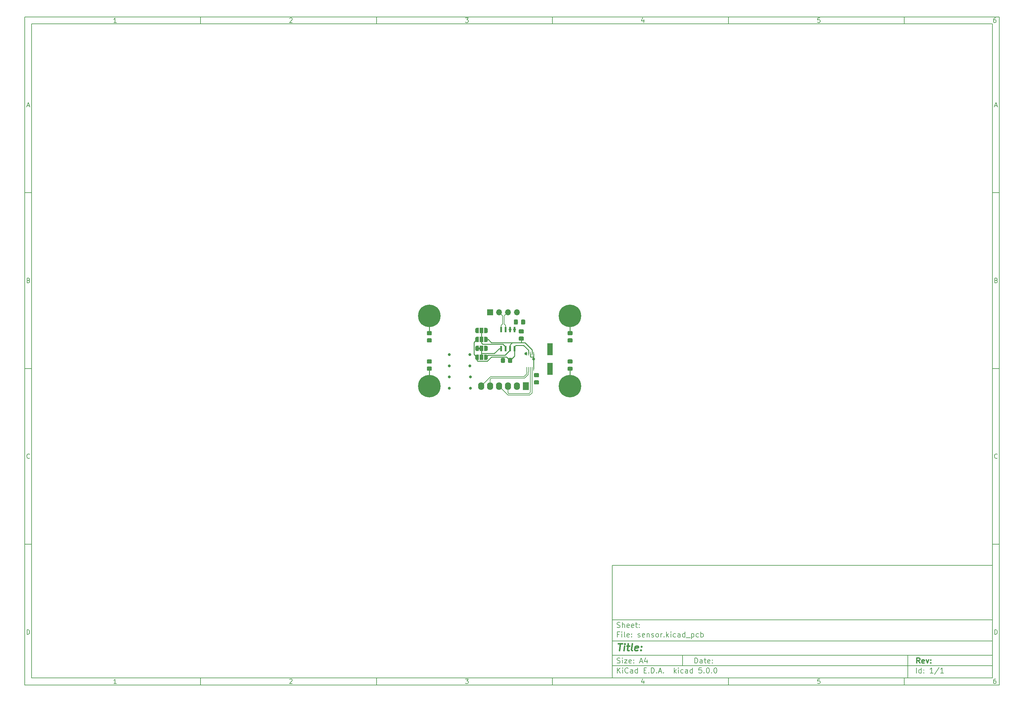
<source format=gtl>
G04 #@! TF.GenerationSoftware,KiCad,Pcbnew,5.0.0*
G04 #@! TF.CreationDate,2018-10-21T13:27:24+10:00*
G04 #@! TF.ProjectId,sensor,73656E736F722E6B696361645F706362,rev?*
G04 #@! TF.SameCoordinates,Original*
G04 #@! TF.FileFunction,Copper,L1,Top,Signal*
G04 #@! TF.FilePolarity,Positive*
%FSLAX46Y46*%
G04 Gerber Fmt 4.6, Leading zero omitted, Abs format (unit mm)*
G04 Created by KiCad (PCBNEW 5.0.0) date Sun Oct 21 13:27:24 2018*
%MOMM*%
%LPD*%
G01*
G04 APERTURE LIST*
%ADD10C,0.100000*%
%ADD11C,0.150000*%
%ADD12C,0.300000*%
%ADD13C,0.400000*%
G04 #@! TA.AperFunction,Conductor*
%ADD14C,0.100000*%
G04 #@! TD*
G04 #@! TA.AperFunction,SMDPad,CuDef*
%ADD15C,1.150000*%
G04 #@! TD*
G04 #@! TA.AperFunction,SMDPad,CuDef*
%ADD16R,1.600000X3.500000*%
G04 #@! TD*
G04 #@! TA.AperFunction,ComponentPad*
%ADD17R,1.740000X2.200000*%
G04 #@! TD*
G04 #@! TA.AperFunction,ComponentPad*
%ADD18O,1.740000X2.200000*%
G04 #@! TD*
G04 #@! TA.AperFunction,ComponentPad*
%ADD19R,1.700000X1.700000*%
G04 #@! TD*
G04 #@! TA.AperFunction,ComponentPad*
%ADD20O,1.700000X1.700000*%
G04 #@! TD*
G04 #@! TA.AperFunction,SMDPad,CuDef*
%ADD21C,0.500000*%
G04 #@! TD*
G04 #@! TA.AperFunction,SMDPad,CuDef*
%ADD22R,1.000000X1.500000*%
G04 #@! TD*
G04 #@! TA.AperFunction,ComponentPad*
%ADD23C,0.800000*%
G04 #@! TD*
G04 #@! TA.AperFunction,ComponentPad*
%ADD24C,6.400000*%
G04 #@! TD*
G04 #@! TA.AperFunction,SMDPad,CuDef*
%ADD25R,0.250000X1.100000*%
G04 #@! TD*
G04 #@! TA.AperFunction,SMDPad,CuDef*
%ADD26R,0.600000X1.550000*%
G04 #@! TD*
G04 #@! TA.AperFunction,ViaPad*
%ADD27C,0.800000*%
G04 #@! TD*
G04 #@! TA.AperFunction,Conductor*
%ADD28C,0.250000*%
G04 #@! TD*
G04 #@! TA.AperFunction,Conductor*
%ADD29C,0.200000*%
G04 #@! TD*
G04 APERTURE END LIST*
D10*
D11*
X177002200Y-166007200D02*
X177002200Y-198007200D01*
X285002200Y-198007200D01*
X285002200Y-166007200D01*
X177002200Y-166007200D01*
D10*
D11*
X10000000Y-10000000D02*
X10000000Y-200007200D01*
X287002200Y-200007200D01*
X287002200Y-10000000D01*
X10000000Y-10000000D01*
D10*
D11*
X12000000Y-12000000D02*
X12000000Y-198007200D01*
X285002200Y-198007200D01*
X285002200Y-12000000D01*
X12000000Y-12000000D01*
D10*
D11*
X60000000Y-12000000D02*
X60000000Y-10000000D01*
D10*
D11*
X110000000Y-12000000D02*
X110000000Y-10000000D01*
D10*
D11*
X160000000Y-12000000D02*
X160000000Y-10000000D01*
D10*
D11*
X210000000Y-12000000D02*
X210000000Y-10000000D01*
D10*
D11*
X260000000Y-12000000D02*
X260000000Y-10000000D01*
D10*
D11*
X36065476Y-11588095D02*
X35322619Y-11588095D01*
X35694047Y-11588095D02*
X35694047Y-10288095D01*
X35570238Y-10473809D01*
X35446428Y-10597619D01*
X35322619Y-10659523D01*
D10*
D11*
X85322619Y-10411904D02*
X85384523Y-10350000D01*
X85508333Y-10288095D01*
X85817857Y-10288095D01*
X85941666Y-10350000D01*
X86003571Y-10411904D01*
X86065476Y-10535714D01*
X86065476Y-10659523D01*
X86003571Y-10845238D01*
X85260714Y-11588095D01*
X86065476Y-11588095D01*
D10*
D11*
X135260714Y-10288095D02*
X136065476Y-10288095D01*
X135632142Y-10783333D01*
X135817857Y-10783333D01*
X135941666Y-10845238D01*
X136003571Y-10907142D01*
X136065476Y-11030952D01*
X136065476Y-11340476D01*
X136003571Y-11464285D01*
X135941666Y-11526190D01*
X135817857Y-11588095D01*
X135446428Y-11588095D01*
X135322619Y-11526190D01*
X135260714Y-11464285D01*
D10*
D11*
X185941666Y-10721428D02*
X185941666Y-11588095D01*
X185632142Y-10226190D02*
X185322619Y-11154761D01*
X186127380Y-11154761D01*
D10*
D11*
X236003571Y-10288095D02*
X235384523Y-10288095D01*
X235322619Y-10907142D01*
X235384523Y-10845238D01*
X235508333Y-10783333D01*
X235817857Y-10783333D01*
X235941666Y-10845238D01*
X236003571Y-10907142D01*
X236065476Y-11030952D01*
X236065476Y-11340476D01*
X236003571Y-11464285D01*
X235941666Y-11526190D01*
X235817857Y-11588095D01*
X235508333Y-11588095D01*
X235384523Y-11526190D01*
X235322619Y-11464285D01*
D10*
D11*
X285941666Y-10288095D02*
X285694047Y-10288095D01*
X285570238Y-10350000D01*
X285508333Y-10411904D01*
X285384523Y-10597619D01*
X285322619Y-10845238D01*
X285322619Y-11340476D01*
X285384523Y-11464285D01*
X285446428Y-11526190D01*
X285570238Y-11588095D01*
X285817857Y-11588095D01*
X285941666Y-11526190D01*
X286003571Y-11464285D01*
X286065476Y-11340476D01*
X286065476Y-11030952D01*
X286003571Y-10907142D01*
X285941666Y-10845238D01*
X285817857Y-10783333D01*
X285570238Y-10783333D01*
X285446428Y-10845238D01*
X285384523Y-10907142D01*
X285322619Y-11030952D01*
D10*
D11*
X60000000Y-198007200D02*
X60000000Y-200007200D01*
D10*
D11*
X110000000Y-198007200D02*
X110000000Y-200007200D01*
D10*
D11*
X160000000Y-198007200D02*
X160000000Y-200007200D01*
D10*
D11*
X210000000Y-198007200D02*
X210000000Y-200007200D01*
D10*
D11*
X260000000Y-198007200D02*
X260000000Y-200007200D01*
D10*
D11*
X36065476Y-199595295D02*
X35322619Y-199595295D01*
X35694047Y-199595295D02*
X35694047Y-198295295D01*
X35570238Y-198481009D01*
X35446428Y-198604819D01*
X35322619Y-198666723D01*
D10*
D11*
X85322619Y-198419104D02*
X85384523Y-198357200D01*
X85508333Y-198295295D01*
X85817857Y-198295295D01*
X85941666Y-198357200D01*
X86003571Y-198419104D01*
X86065476Y-198542914D01*
X86065476Y-198666723D01*
X86003571Y-198852438D01*
X85260714Y-199595295D01*
X86065476Y-199595295D01*
D10*
D11*
X135260714Y-198295295D02*
X136065476Y-198295295D01*
X135632142Y-198790533D01*
X135817857Y-198790533D01*
X135941666Y-198852438D01*
X136003571Y-198914342D01*
X136065476Y-199038152D01*
X136065476Y-199347676D01*
X136003571Y-199471485D01*
X135941666Y-199533390D01*
X135817857Y-199595295D01*
X135446428Y-199595295D01*
X135322619Y-199533390D01*
X135260714Y-199471485D01*
D10*
D11*
X185941666Y-198728628D02*
X185941666Y-199595295D01*
X185632142Y-198233390D02*
X185322619Y-199161961D01*
X186127380Y-199161961D01*
D10*
D11*
X236003571Y-198295295D02*
X235384523Y-198295295D01*
X235322619Y-198914342D01*
X235384523Y-198852438D01*
X235508333Y-198790533D01*
X235817857Y-198790533D01*
X235941666Y-198852438D01*
X236003571Y-198914342D01*
X236065476Y-199038152D01*
X236065476Y-199347676D01*
X236003571Y-199471485D01*
X235941666Y-199533390D01*
X235817857Y-199595295D01*
X235508333Y-199595295D01*
X235384523Y-199533390D01*
X235322619Y-199471485D01*
D10*
D11*
X285941666Y-198295295D02*
X285694047Y-198295295D01*
X285570238Y-198357200D01*
X285508333Y-198419104D01*
X285384523Y-198604819D01*
X285322619Y-198852438D01*
X285322619Y-199347676D01*
X285384523Y-199471485D01*
X285446428Y-199533390D01*
X285570238Y-199595295D01*
X285817857Y-199595295D01*
X285941666Y-199533390D01*
X286003571Y-199471485D01*
X286065476Y-199347676D01*
X286065476Y-199038152D01*
X286003571Y-198914342D01*
X285941666Y-198852438D01*
X285817857Y-198790533D01*
X285570238Y-198790533D01*
X285446428Y-198852438D01*
X285384523Y-198914342D01*
X285322619Y-199038152D01*
D10*
D11*
X10000000Y-60000000D02*
X12000000Y-60000000D01*
D10*
D11*
X10000000Y-110000000D02*
X12000000Y-110000000D01*
D10*
D11*
X10000000Y-160000000D02*
X12000000Y-160000000D01*
D10*
D11*
X10690476Y-35216666D02*
X11309523Y-35216666D01*
X10566666Y-35588095D02*
X11000000Y-34288095D01*
X11433333Y-35588095D01*
D10*
D11*
X11092857Y-84907142D02*
X11278571Y-84969047D01*
X11340476Y-85030952D01*
X11402380Y-85154761D01*
X11402380Y-85340476D01*
X11340476Y-85464285D01*
X11278571Y-85526190D01*
X11154761Y-85588095D01*
X10659523Y-85588095D01*
X10659523Y-84288095D01*
X11092857Y-84288095D01*
X11216666Y-84350000D01*
X11278571Y-84411904D01*
X11340476Y-84535714D01*
X11340476Y-84659523D01*
X11278571Y-84783333D01*
X11216666Y-84845238D01*
X11092857Y-84907142D01*
X10659523Y-84907142D01*
D10*
D11*
X11402380Y-135464285D02*
X11340476Y-135526190D01*
X11154761Y-135588095D01*
X11030952Y-135588095D01*
X10845238Y-135526190D01*
X10721428Y-135402380D01*
X10659523Y-135278571D01*
X10597619Y-135030952D01*
X10597619Y-134845238D01*
X10659523Y-134597619D01*
X10721428Y-134473809D01*
X10845238Y-134350000D01*
X11030952Y-134288095D01*
X11154761Y-134288095D01*
X11340476Y-134350000D01*
X11402380Y-134411904D01*
D10*
D11*
X10659523Y-185588095D02*
X10659523Y-184288095D01*
X10969047Y-184288095D01*
X11154761Y-184350000D01*
X11278571Y-184473809D01*
X11340476Y-184597619D01*
X11402380Y-184845238D01*
X11402380Y-185030952D01*
X11340476Y-185278571D01*
X11278571Y-185402380D01*
X11154761Y-185526190D01*
X10969047Y-185588095D01*
X10659523Y-185588095D01*
D10*
D11*
X287002200Y-60000000D02*
X285002200Y-60000000D01*
D10*
D11*
X287002200Y-110000000D02*
X285002200Y-110000000D01*
D10*
D11*
X287002200Y-160000000D02*
X285002200Y-160000000D01*
D10*
D11*
X285692676Y-35216666D02*
X286311723Y-35216666D01*
X285568866Y-35588095D02*
X286002200Y-34288095D01*
X286435533Y-35588095D01*
D10*
D11*
X286095057Y-84907142D02*
X286280771Y-84969047D01*
X286342676Y-85030952D01*
X286404580Y-85154761D01*
X286404580Y-85340476D01*
X286342676Y-85464285D01*
X286280771Y-85526190D01*
X286156961Y-85588095D01*
X285661723Y-85588095D01*
X285661723Y-84288095D01*
X286095057Y-84288095D01*
X286218866Y-84350000D01*
X286280771Y-84411904D01*
X286342676Y-84535714D01*
X286342676Y-84659523D01*
X286280771Y-84783333D01*
X286218866Y-84845238D01*
X286095057Y-84907142D01*
X285661723Y-84907142D01*
D10*
D11*
X286404580Y-135464285D02*
X286342676Y-135526190D01*
X286156961Y-135588095D01*
X286033152Y-135588095D01*
X285847438Y-135526190D01*
X285723628Y-135402380D01*
X285661723Y-135278571D01*
X285599819Y-135030952D01*
X285599819Y-134845238D01*
X285661723Y-134597619D01*
X285723628Y-134473809D01*
X285847438Y-134350000D01*
X286033152Y-134288095D01*
X286156961Y-134288095D01*
X286342676Y-134350000D01*
X286404580Y-134411904D01*
D10*
D11*
X285661723Y-185588095D02*
X285661723Y-184288095D01*
X285971247Y-184288095D01*
X286156961Y-184350000D01*
X286280771Y-184473809D01*
X286342676Y-184597619D01*
X286404580Y-184845238D01*
X286404580Y-185030952D01*
X286342676Y-185278571D01*
X286280771Y-185402380D01*
X286156961Y-185526190D01*
X285971247Y-185588095D01*
X285661723Y-185588095D01*
D10*
D11*
X200434342Y-193785771D02*
X200434342Y-192285771D01*
X200791485Y-192285771D01*
X201005771Y-192357200D01*
X201148628Y-192500057D01*
X201220057Y-192642914D01*
X201291485Y-192928628D01*
X201291485Y-193142914D01*
X201220057Y-193428628D01*
X201148628Y-193571485D01*
X201005771Y-193714342D01*
X200791485Y-193785771D01*
X200434342Y-193785771D01*
X202577200Y-193785771D02*
X202577200Y-193000057D01*
X202505771Y-192857200D01*
X202362914Y-192785771D01*
X202077200Y-192785771D01*
X201934342Y-192857200D01*
X202577200Y-193714342D02*
X202434342Y-193785771D01*
X202077200Y-193785771D01*
X201934342Y-193714342D01*
X201862914Y-193571485D01*
X201862914Y-193428628D01*
X201934342Y-193285771D01*
X202077200Y-193214342D01*
X202434342Y-193214342D01*
X202577200Y-193142914D01*
X203077200Y-192785771D02*
X203648628Y-192785771D01*
X203291485Y-192285771D02*
X203291485Y-193571485D01*
X203362914Y-193714342D01*
X203505771Y-193785771D01*
X203648628Y-193785771D01*
X204720057Y-193714342D02*
X204577200Y-193785771D01*
X204291485Y-193785771D01*
X204148628Y-193714342D01*
X204077200Y-193571485D01*
X204077200Y-193000057D01*
X204148628Y-192857200D01*
X204291485Y-192785771D01*
X204577200Y-192785771D01*
X204720057Y-192857200D01*
X204791485Y-193000057D01*
X204791485Y-193142914D01*
X204077200Y-193285771D01*
X205434342Y-193642914D02*
X205505771Y-193714342D01*
X205434342Y-193785771D01*
X205362914Y-193714342D01*
X205434342Y-193642914D01*
X205434342Y-193785771D01*
X205434342Y-192857200D02*
X205505771Y-192928628D01*
X205434342Y-193000057D01*
X205362914Y-192928628D01*
X205434342Y-192857200D01*
X205434342Y-193000057D01*
D10*
D11*
X177002200Y-194507200D02*
X285002200Y-194507200D01*
D10*
D11*
X178434342Y-196585771D02*
X178434342Y-195085771D01*
X179291485Y-196585771D02*
X178648628Y-195728628D01*
X179291485Y-195085771D02*
X178434342Y-195942914D01*
X179934342Y-196585771D02*
X179934342Y-195585771D01*
X179934342Y-195085771D02*
X179862914Y-195157200D01*
X179934342Y-195228628D01*
X180005771Y-195157200D01*
X179934342Y-195085771D01*
X179934342Y-195228628D01*
X181505771Y-196442914D02*
X181434342Y-196514342D01*
X181220057Y-196585771D01*
X181077200Y-196585771D01*
X180862914Y-196514342D01*
X180720057Y-196371485D01*
X180648628Y-196228628D01*
X180577200Y-195942914D01*
X180577200Y-195728628D01*
X180648628Y-195442914D01*
X180720057Y-195300057D01*
X180862914Y-195157200D01*
X181077200Y-195085771D01*
X181220057Y-195085771D01*
X181434342Y-195157200D01*
X181505771Y-195228628D01*
X182791485Y-196585771D02*
X182791485Y-195800057D01*
X182720057Y-195657200D01*
X182577200Y-195585771D01*
X182291485Y-195585771D01*
X182148628Y-195657200D01*
X182791485Y-196514342D02*
X182648628Y-196585771D01*
X182291485Y-196585771D01*
X182148628Y-196514342D01*
X182077200Y-196371485D01*
X182077200Y-196228628D01*
X182148628Y-196085771D01*
X182291485Y-196014342D01*
X182648628Y-196014342D01*
X182791485Y-195942914D01*
X184148628Y-196585771D02*
X184148628Y-195085771D01*
X184148628Y-196514342D02*
X184005771Y-196585771D01*
X183720057Y-196585771D01*
X183577200Y-196514342D01*
X183505771Y-196442914D01*
X183434342Y-196300057D01*
X183434342Y-195871485D01*
X183505771Y-195728628D01*
X183577200Y-195657200D01*
X183720057Y-195585771D01*
X184005771Y-195585771D01*
X184148628Y-195657200D01*
X186005771Y-195800057D02*
X186505771Y-195800057D01*
X186720057Y-196585771D02*
X186005771Y-196585771D01*
X186005771Y-195085771D01*
X186720057Y-195085771D01*
X187362914Y-196442914D02*
X187434342Y-196514342D01*
X187362914Y-196585771D01*
X187291485Y-196514342D01*
X187362914Y-196442914D01*
X187362914Y-196585771D01*
X188077200Y-196585771D02*
X188077200Y-195085771D01*
X188434342Y-195085771D01*
X188648628Y-195157200D01*
X188791485Y-195300057D01*
X188862914Y-195442914D01*
X188934342Y-195728628D01*
X188934342Y-195942914D01*
X188862914Y-196228628D01*
X188791485Y-196371485D01*
X188648628Y-196514342D01*
X188434342Y-196585771D01*
X188077200Y-196585771D01*
X189577200Y-196442914D02*
X189648628Y-196514342D01*
X189577200Y-196585771D01*
X189505771Y-196514342D01*
X189577200Y-196442914D01*
X189577200Y-196585771D01*
X190220057Y-196157200D02*
X190934342Y-196157200D01*
X190077200Y-196585771D02*
X190577200Y-195085771D01*
X191077200Y-196585771D01*
X191577200Y-196442914D02*
X191648628Y-196514342D01*
X191577200Y-196585771D01*
X191505771Y-196514342D01*
X191577200Y-196442914D01*
X191577200Y-196585771D01*
X194577200Y-196585771D02*
X194577200Y-195085771D01*
X194720057Y-196014342D02*
X195148628Y-196585771D01*
X195148628Y-195585771D02*
X194577200Y-196157200D01*
X195791485Y-196585771D02*
X195791485Y-195585771D01*
X195791485Y-195085771D02*
X195720057Y-195157200D01*
X195791485Y-195228628D01*
X195862914Y-195157200D01*
X195791485Y-195085771D01*
X195791485Y-195228628D01*
X197148628Y-196514342D02*
X197005771Y-196585771D01*
X196720057Y-196585771D01*
X196577200Y-196514342D01*
X196505771Y-196442914D01*
X196434342Y-196300057D01*
X196434342Y-195871485D01*
X196505771Y-195728628D01*
X196577200Y-195657200D01*
X196720057Y-195585771D01*
X197005771Y-195585771D01*
X197148628Y-195657200D01*
X198434342Y-196585771D02*
X198434342Y-195800057D01*
X198362914Y-195657200D01*
X198220057Y-195585771D01*
X197934342Y-195585771D01*
X197791485Y-195657200D01*
X198434342Y-196514342D02*
X198291485Y-196585771D01*
X197934342Y-196585771D01*
X197791485Y-196514342D01*
X197720057Y-196371485D01*
X197720057Y-196228628D01*
X197791485Y-196085771D01*
X197934342Y-196014342D01*
X198291485Y-196014342D01*
X198434342Y-195942914D01*
X199791485Y-196585771D02*
X199791485Y-195085771D01*
X199791485Y-196514342D02*
X199648628Y-196585771D01*
X199362914Y-196585771D01*
X199220057Y-196514342D01*
X199148628Y-196442914D01*
X199077200Y-196300057D01*
X199077200Y-195871485D01*
X199148628Y-195728628D01*
X199220057Y-195657200D01*
X199362914Y-195585771D01*
X199648628Y-195585771D01*
X199791485Y-195657200D01*
X202362914Y-195085771D02*
X201648628Y-195085771D01*
X201577200Y-195800057D01*
X201648628Y-195728628D01*
X201791485Y-195657200D01*
X202148628Y-195657200D01*
X202291485Y-195728628D01*
X202362914Y-195800057D01*
X202434342Y-195942914D01*
X202434342Y-196300057D01*
X202362914Y-196442914D01*
X202291485Y-196514342D01*
X202148628Y-196585771D01*
X201791485Y-196585771D01*
X201648628Y-196514342D01*
X201577200Y-196442914D01*
X203077200Y-196442914D02*
X203148628Y-196514342D01*
X203077200Y-196585771D01*
X203005771Y-196514342D01*
X203077200Y-196442914D01*
X203077200Y-196585771D01*
X204077200Y-195085771D02*
X204220057Y-195085771D01*
X204362914Y-195157200D01*
X204434342Y-195228628D01*
X204505771Y-195371485D01*
X204577200Y-195657200D01*
X204577200Y-196014342D01*
X204505771Y-196300057D01*
X204434342Y-196442914D01*
X204362914Y-196514342D01*
X204220057Y-196585771D01*
X204077200Y-196585771D01*
X203934342Y-196514342D01*
X203862914Y-196442914D01*
X203791485Y-196300057D01*
X203720057Y-196014342D01*
X203720057Y-195657200D01*
X203791485Y-195371485D01*
X203862914Y-195228628D01*
X203934342Y-195157200D01*
X204077200Y-195085771D01*
X205220057Y-196442914D02*
X205291485Y-196514342D01*
X205220057Y-196585771D01*
X205148628Y-196514342D01*
X205220057Y-196442914D01*
X205220057Y-196585771D01*
X206220057Y-195085771D02*
X206362914Y-195085771D01*
X206505771Y-195157200D01*
X206577200Y-195228628D01*
X206648628Y-195371485D01*
X206720057Y-195657200D01*
X206720057Y-196014342D01*
X206648628Y-196300057D01*
X206577200Y-196442914D01*
X206505771Y-196514342D01*
X206362914Y-196585771D01*
X206220057Y-196585771D01*
X206077200Y-196514342D01*
X206005771Y-196442914D01*
X205934342Y-196300057D01*
X205862914Y-196014342D01*
X205862914Y-195657200D01*
X205934342Y-195371485D01*
X206005771Y-195228628D01*
X206077200Y-195157200D01*
X206220057Y-195085771D01*
D10*
D11*
X177002200Y-191507200D02*
X285002200Y-191507200D01*
D10*
D12*
X264411485Y-193785771D02*
X263911485Y-193071485D01*
X263554342Y-193785771D02*
X263554342Y-192285771D01*
X264125771Y-192285771D01*
X264268628Y-192357200D01*
X264340057Y-192428628D01*
X264411485Y-192571485D01*
X264411485Y-192785771D01*
X264340057Y-192928628D01*
X264268628Y-193000057D01*
X264125771Y-193071485D01*
X263554342Y-193071485D01*
X265625771Y-193714342D02*
X265482914Y-193785771D01*
X265197200Y-193785771D01*
X265054342Y-193714342D01*
X264982914Y-193571485D01*
X264982914Y-193000057D01*
X265054342Y-192857200D01*
X265197200Y-192785771D01*
X265482914Y-192785771D01*
X265625771Y-192857200D01*
X265697200Y-193000057D01*
X265697200Y-193142914D01*
X264982914Y-193285771D01*
X266197200Y-192785771D02*
X266554342Y-193785771D01*
X266911485Y-192785771D01*
X267482914Y-193642914D02*
X267554342Y-193714342D01*
X267482914Y-193785771D01*
X267411485Y-193714342D01*
X267482914Y-193642914D01*
X267482914Y-193785771D01*
X267482914Y-192857200D02*
X267554342Y-192928628D01*
X267482914Y-193000057D01*
X267411485Y-192928628D01*
X267482914Y-192857200D01*
X267482914Y-193000057D01*
D10*
D11*
X178362914Y-193714342D02*
X178577200Y-193785771D01*
X178934342Y-193785771D01*
X179077200Y-193714342D01*
X179148628Y-193642914D01*
X179220057Y-193500057D01*
X179220057Y-193357200D01*
X179148628Y-193214342D01*
X179077200Y-193142914D01*
X178934342Y-193071485D01*
X178648628Y-193000057D01*
X178505771Y-192928628D01*
X178434342Y-192857200D01*
X178362914Y-192714342D01*
X178362914Y-192571485D01*
X178434342Y-192428628D01*
X178505771Y-192357200D01*
X178648628Y-192285771D01*
X179005771Y-192285771D01*
X179220057Y-192357200D01*
X179862914Y-193785771D02*
X179862914Y-192785771D01*
X179862914Y-192285771D02*
X179791485Y-192357200D01*
X179862914Y-192428628D01*
X179934342Y-192357200D01*
X179862914Y-192285771D01*
X179862914Y-192428628D01*
X180434342Y-192785771D02*
X181220057Y-192785771D01*
X180434342Y-193785771D01*
X181220057Y-193785771D01*
X182362914Y-193714342D02*
X182220057Y-193785771D01*
X181934342Y-193785771D01*
X181791485Y-193714342D01*
X181720057Y-193571485D01*
X181720057Y-193000057D01*
X181791485Y-192857200D01*
X181934342Y-192785771D01*
X182220057Y-192785771D01*
X182362914Y-192857200D01*
X182434342Y-193000057D01*
X182434342Y-193142914D01*
X181720057Y-193285771D01*
X183077200Y-193642914D02*
X183148628Y-193714342D01*
X183077200Y-193785771D01*
X183005771Y-193714342D01*
X183077200Y-193642914D01*
X183077200Y-193785771D01*
X183077200Y-192857200D02*
X183148628Y-192928628D01*
X183077200Y-193000057D01*
X183005771Y-192928628D01*
X183077200Y-192857200D01*
X183077200Y-193000057D01*
X184862914Y-193357200D02*
X185577200Y-193357200D01*
X184720057Y-193785771D02*
X185220057Y-192285771D01*
X185720057Y-193785771D01*
X186862914Y-192785771D02*
X186862914Y-193785771D01*
X186505771Y-192214342D02*
X186148628Y-193285771D01*
X187077200Y-193285771D01*
D10*
D11*
X263434342Y-196585771D02*
X263434342Y-195085771D01*
X264791485Y-196585771D02*
X264791485Y-195085771D01*
X264791485Y-196514342D02*
X264648628Y-196585771D01*
X264362914Y-196585771D01*
X264220057Y-196514342D01*
X264148628Y-196442914D01*
X264077200Y-196300057D01*
X264077200Y-195871485D01*
X264148628Y-195728628D01*
X264220057Y-195657200D01*
X264362914Y-195585771D01*
X264648628Y-195585771D01*
X264791485Y-195657200D01*
X265505771Y-196442914D02*
X265577200Y-196514342D01*
X265505771Y-196585771D01*
X265434342Y-196514342D01*
X265505771Y-196442914D01*
X265505771Y-196585771D01*
X265505771Y-195657200D02*
X265577200Y-195728628D01*
X265505771Y-195800057D01*
X265434342Y-195728628D01*
X265505771Y-195657200D01*
X265505771Y-195800057D01*
X268148628Y-196585771D02*
X267291485Y-196585771D01*
X267720057Y-196585771D02*
X267720057Y-195085771D01*
X267577200Y-195300057D01*
X267434342Y-195442914D01*
X267291485Y-195514342D01*
X269862914Y-195014342D02*
X268577200Y-196942914D01*
X271148628Y-196585771D02*
X270291485Y-196585771D01*
X270720057Y-196585771D02*
X270720057Y-195085771D01*
X270577200Y-195300057D01*
X270434342Y-195442914D01*
X270291485Y-195514342D01*
D10*
D11*
X177002200Y-187507200D02*
X285002200Y-187507200D01*
D10*
D13*
X178714580Y-188211961D02*
X179857438Y-188211961D01*
X179036009Y-190211961D02*
X179286009Y-188211961D01*
X180274104Y-190211961D02*
X180440771Y-188878628D01*
X180524104Y-188211961D02*
X180416961Y-188307200D01*
X180500295Y-188402438D01*
X180607438Y-188307200D01*
X180524104Y-188211961D01*
X180500295Y-188402438D01*
X181107438Y-188878628D02*
X181869342Y-188878628D01*
X181476485Y-188211961D02*
X181262200Y-189926247D01*
X181333628Y-190116723D01*
X181512200Y-190211961D01*
X181702676Y-190211961D01*
X182655057Y-190211961D02*
X182476485Y-190116723D01*
X182405057Y-189926247D01*
X182619342Y-188211961D01*
X184190771Y-190116723D02*
X183988390Y-190211961D01*
X183607438Y-190211961D01*
X183428866Y-190116723D01*
X183357438Y-189926247D01*
X183452676Y-189164342D01*
X183571723Y-188973866D01*
X183774104Y-188878628D01*
X184155057Y-188878628D01*
X184333628Y-188973866D01*
X184405057Y-189164342D01*
X184381247Y-189354819D01*
X183405057Y-189545295D01*
X185155057Y-190021485D02*
X185238390Y-190116723D01*
X185131247Y-190211961D01*
X185047914Y-190116723D01*
X185155057Y-190021485D01*
X185131247Y-190211961D01*
X185286009Y-188973866D02*
X185369342Y-189069104D01*
X185262200Y-189164342D01*
X185178866Y-189069104D01*
X185286009Y-188973866D01*
X185262200Y-189164342D01*
D10*
D11*
X178934342Y-185600057D02*
X178434342Y-185600057D01*
X178434342Y-186385771D02*
X178434342Y-184885771D01*
X179148628Y-184885771D01*
X179720057Y-186385771D02*
X179720057Y-185385771D01*
X179720057Y-184885771D02*
X179648628Y-184957200D01*
X179720057Y-185028628D01*
X179791485Y-184957200D01*
X179720057Y-184885771D01*
X179720057Y-185028628D01*
X180648628Y-186385771D02*
X180505771Y-186314342D01*
X180434342Y-186171485D01*
X180434342Y-184885771D01*
X181791485Y-186314342D02*
X181648628Y-186385771D01*
X181362914Y-186385771D01*
X181220057Y-186314342D01*
X181148628Y-186171485D01*
X181148628Y-185600057D01*
X181220057Y-185457200D01*
X181362914Y-185385771D01*
X181648628Y-185385771D01*
X181791485Y-185457200D01*
X181862914Y-185600057D01*
X181862914Y-185742914D01*
X181148628Y-185885771D01*
X182505771Y-186242914D02*
X182577200Y-186314342D01*
X182505771Y-186385771D01*
X182434342Y-186314342D01*
X182505771Y-186242914D01*
X182505771Y-186385771D01*
X182505771Y-185457200D02*
X182577200Y-185528628D01*
X182505771Y-185600057D01*
X182434342Y-185528628D01*
X182505771Y-185457200D01*
X182505771Y-185600057D01*
X184291485Y-186314342D02*
X184434342Y-186385771D01*
X184720057Y-186385771D01*
X184862914Y-186314342D01*
X184934342Y-186171485D01*
X184934342Y-186100057D01*
X184862914Y-185957200D01*
X184720057Y-185885771D01*
X184505771Y-185885771D01*
X184362914Y-185814342D01*
X184291485Y-185671485D01*
X184291485Y-185600057D01*
X184362914Y-185457200D01*
X184505771Y-185385771D01*
X184720057Y-185385771D01*
X184862914Y-185457200D01*
X186148628Y-186314342D02*
X186005771Y-186385771D01*
X185720057Y-186385771D01*
X185577200Y-186314342D01*
X185505771Y-186171485D01*
X185505771Y-185600057D01*
X185577200Y-185457200D01*
X185720057Y-185385771D01*
X186005771Y-185385771D01*
X186148628Y-185457200D01*
X186220057Y-185600057D01*
X186220057Y-185742914D01*
X185505771Y-185885771D01*
X186862914Y-185385771D02*
X186862914Y-186385771D01*
X186862914Y-185528628D02*
X186934342Y-185457200D01*
X187077200Y-185385771D01*
X187291485Y-185385771D01*
X187434342Y-185457200D01*
X187505771Y-185600057D01*
X187505771Y-186385771D01*
X188148628Y-186314342D02*
X188291485Y-186385771D01*
X188577200Y-186385771D01*
X188720057Y-186314342D01*
X188791485Y-186171485D01*
X188791485Y-186100057D01*
X188720057Y-185957200D01*
X188577200Y-185885771D01*
X188362914Y-185885771D01*
X188220057Y-185814342D01*
X188148628Y-185671485D01*
X188148628Y-185600057D01*
X188220057Y-185457200D01*
X188362914Y-185385771D01*
X188577200Y-185385771D01*
X188720057Y-185457200D01*
X189648628Y-186385771D02*
X189505771Y-186314342D01*
X189434342Y-186242914D01*
X189362914Y-186100057D01*
X189362914Y-185671485D01*
X189434342Y-185528628D01*
X189505771Y-185457200D01*
X189648628Y-185385771D01*
X189862914Y-185385771D01*
X190005771Y-185457200D01*
X190077200Y-185528628D01*
X190148628Y-185671485D01*
X190148628Y-186100057D01*
X190077200Y-186242914D01*
X190005771Y-186314342D01*
X189862914Y-186385771D01*
X189648628Y-186385771D01*
X190791485Y-186385771D02*
X190791485Y-185385771D01*
X190791485Y-185671485D02*
X190862914Y-185528628D01*
X190934342Y-185457200D01*
X191077200Y-185385771D01*
X191220057Y-185385771D01*
X191720057Y-186242914D02*
X191791485Y-186314342D01*
X191720057Y-186385771D01*
X191648628Y-186314342D01*
X191720057Y-186242914D01*
X191720057Y-186385771D01*
X192434342Y-186385771D02*
X192434342Y-184885771D01*
X192577200Y-185814342D02*
X193005771Y-186385771D01*
X193005771Y-185385771D02*
X192434342Y-185957200D01*
X193648628Y-186385771D02*
X193648628Y-185385771D01*
X193648628Y-184885771D02*
X193577200Y-184957200D01*
X193648628Y-185028628D01*
X193720057Y-184957200D01*
X193648628Y-184885771D01*
X193648628Y-185028628D01*
X195005771Y-186314342D02*
X194862914Y-186385771D01*
X194577200Y-186385771D01*
X194434342Y-186314342D01*
X194362914Y-186242914D01*
X194291485Y-186100057D01*
X194291485Y-185671485D01*
X194362914Y-185528628D01*
X194434342Y-185457200D01*
X194577200Y-185385771D01*
X194862914Y-185385771D01*
X195005771Y-185457200D01*
X196291485Y-186385771D02*
X196291485Y-185600057D01*
X196220057Y-185457200D01*
X196077200Y-185385771D01*
X195791485Y-185385771D01*
X195648628Y-185457200D01*
X196291485Y-186314342D02*
X196148628Y-186385771D01*
X195791485Y-186385771D01*
X195648628Y-186314342D01*
X195577200Y-186171485D01*
X195577200Y-186028628D01*
X195648628Y-185885771D01*
X195791485Y-185814342D01*
X196148628Y-185814342D01*
X196291485Y-185742914D01*
X197648628Y-186385771D02*
X197648628Y-184885771D01*
X197648628Y-186314342D02*
X197505771Y-186385771D01*
X197220057Y-186385771D01*
X197077200Y-186314342D01*
X197005771Y-186242914D01*
X196934342Y-186100057D01*
X196934342Y-185671485D01*
X197005771Y-185528628D01*
X197077200Y-185457200D01*
X197220057Y-185385771D01*
X197505771Y-185385771D01*
X197648628Y-185457200D01*
X198005771Y-186528628D02*
X199148628Y-186528628D01*
X199505771Y-185385771D02*
X199505771Y-186885771D01*
X199505771Y-185457200D02*
X199648628Y-185385771D01*
X199934342Y-185385771D01*
X200077200Y-185457200D01*
X200148628Y-185528628D01*
X200220057Y-185671485D01*
X200220057Y-186100057D01*
X200148628Y-186242914D01*
X200077200Y-186314342D01*
X199934342Y-186385771D01*
X199648628Y-186385771D01*
X199505771Y-186314342D01*
X201505771Y-186314342D02*
X201362914Y-186385771D01*
X201077200Y-186385771D01*
X200934342Y-186314342D01*
X200862914Y-186242914D01*
X200791485Y-186100057D01*
X200791485Y-185671485D01*
X200862914Y-185528628D01*
X200934342Y-185457200D01*
X201077200Y-185385771D01*
X201362914Y-185385771D01*
X201505771Y-185457200D01*
X202148628Y-186385771D02*
X202148628Y-184885771D01*
X202148628Y-185457200D02*
X202291485Y-185385771D01*
X202577200Y-185385771D01*
X202720057Y-185457200D01*
X202791485Y-185528628D01*
X202862914Y-185671485D01*
X202862914Y-186100057D01*
X202791485Y-186242914D01*
X202720057Y-186314342D01*
X202577200Y-186385771D01*
X202291485Y-186385771D01*
X202148628Y-186314342D01*
D10*
D11*
X177002200Y-181507200D02*
X285002200Y-181507200D01*
D10*
D11*
X178362914Y-183614342D02*
X178577200Y-183685771D01*
X178934342Y-183685771D01*
X179077200Y-183614342D01*
X179148628Y-183542914D01*
X179220057Y-183400057D01*
X179220057Y-183257200D01*
X179148628Y-183114342D01*
X179077200Y-183042914D01*
X178934342Y-182971485D01*
X178648628Y-182900057D01*
X178505771Y-182828628D01*
X178434342Y-182757200D01*
X178362914Y-182614342D01*
X178362914Y-182471485D01*
X178434342Y-182328628D01*
X178505771Y-182257200D01*
X178648628Y-182185771D01*
X179005771Y-182185771D01*
X179220057Y-182257200D01*
X179862914Y-183685771D02*
X179862914Y-182185771D01*
X180505771Y-183685771D02*
X180505771Y-182900057D01*
X180434342Y-182757200D01*
X180291485Y-182685771D01*
X180077200Y-182685771D01*
X179934342Y-182757200D01*
X179862914Y-182828628D01*
X181791485Y-183614342D02*
X181648628Y-183685771D01*
X181362914Y-183685771D01*
X181220057Y-183614342D01*
X181148628Y-183471485D01*
X181148628Y-182900057D01*
X181220057Y-182757200D01*
X181362914Y-182685771D01*
X181648628Y-182685771D01*
X181791485Y-182757200D01*
X181862914Y-182900057D01*
X181862914Y-183042914D01*
X181148628Y-183185771D01*
X183077200Y-183614342D02*
X182934342Y-183685771D01*
X182648628Y-183685771D01*
X182505771Y-183614342D01*
X182434342Y-183471485D01*
X182434342Y-182900057D01*
X182505771Y-182757200D01*
X182648628Y-182685771D01*
X182934342Y-182685771D01*
X183077200Y-182757200D01*
X183148628Y-182900057D01*
X183148628Y-183042914D01*
X182434342Y-183185771D01*
X183577200Y-182685771D02*
X184148628Y-182685771D01*
X183791485Y-182185771D02*
X183791485Y-183471485D01*
X183862914Y-183614342D01*
X184005771Y-183685771D01*
X184148628Y-183685771D01*
X184648628Y-183542914D02*
X184720057Y-183614342D01*
X184648628Y-183685771D01*
X184577200Y-183614342D01*
X184648628Y-183542914D01*
X184648628Y-183685771D01*
X184648628Y-182757200D02*
X184720057Y-182828628D01*
X184648628Y-182900057D01*
X184577200Y-182828628D01*
X184648628Y-182757200D01*
X184648628Y-182900057D01*
D10*
D11*
X197002200Y-191507200D02*
X197002200Y-194507200D01*
D10*
D11*
X261002200Y-191507200D02*
X261002200Y-198007200D01*
D14*
G04 #@! TO.N,GND*
G04 #@! TO.C,C1*
G36*
X155922505Y-113354204D02*
X155946773Y-113357804D01*
X155970572Y-113363765D01*
X155993671Y-113372030D01*
X156015850Y-113382520D01*
X156036893Y-113395132D01*
X156056599Y-113409747D01*
X156074777Y-113426223D01*
X156091253Y-113444401D01*
X156105868Y-113464107D01*
X156118480Y-113485150D01*
X156128970Y-113507329D01*
X156137235Y-113530428D01*
X156143196Y-113554227D01*
X156146796Y-113578495D01*
X156148000Y-113602999D01*
X156148000Y-114253001D01*
X156146796Y-114277505D01*
X156143196Y-114301773D01*
X156137235Y-114325572D01*
X156128970Y-114348671D01*
X156118480Y-114370850D01*
X156105868Y-114391893D01*
X156091253Y-114411599D01*
X156074777Y-114429777D01*
X156056599Y-114446253D01*
X156036893Y-114460868D01*
X156015850Y-114473480D01*
X155993671Y-114483970D01*
X155970572Y-114492235D01*
X155946773Y-114498196D01*
X155922505Y-114501796D01*
X155898001Y-114503000D01*
X154997999Y-114503000D01*
X154973495Y-114501796D01*
X154949227Y-114498196D01*
X154925428Y-114492235D01*
X154902329Y-114483970D01*
X154880150Y-114473480D01*
X154859107Y-114460868D01*
X154839401Y-114446253D01*
X154821223Y-114429777D01*
X154804747Y-114411599D01*
X154790132Y-114391893D01*
X154777520Y-114370850D01*
X154767030Y-114348671D01*
X154758765Y-114325572D01*
X154752804Y-114301773D01*
X154749204Y-114277505D01*
X154748000Y-114253001D01*
X154748000Y-113602999D01*
X154749204Y-113578495D01*
X154752804Y-113554227D01*
X154758765Y-113530428D01*
X154767030Y-113507329D01*
X154777520Y-113485150D01*
X154790132Y-113464107D01*
X154804747Y-113444401D01*
X154821223Y-113426223D01*
X154839401Y-113409747D01*
X154859107Y-113395132D01*
X154880150Y-113382520D01*
X154902329Y-113372030D01*
X154925428Y-113363765D01*
X154949227Y-113357804D01*
X154973495Y-113354204D01*
X154997999Y-113353000D01*
X155898001Y-113353000D01*
X155922505Y-113354204D01*
X155922505Y-113354204D01*
G37*
D15*
G04 #@! TD*
G04 #@! TO.P,C1,2*
G04 #@! TO.N,GND*
X155448000Y-113928000D03*
D14*
G04 #@! TO.N,VCC*
G04 #@! TO.C,C1*
G36*
X155922505Y-111304204D02*
X155946773Y-111307804D01*
X155970572Y-111313765D01*
X155993671Y-111322030D01*
X156015850Y-111332520D01*
X156036893Y-111345132D01*
X156056599Y-111359747D01*
X156074777Y-111376223D01*
X156091253Y-111394401D01*
X156105868Y-111414107D01*
X156118480Y-111435150D01*
X156128970Y-111457329D01*
X156137235Y-111480428D01*
X156143196Y-111504227D01*
X156146796Y-111528495D01*
X156148000Y-111552999D01*
X156148000Y-112203001D01*
X156146796Y-112227505D01*
X156143196Y-112251773D01*
X156137235Y-112275572D01*
X156128970Y-112298671D01*
X156118480Y-112320850D01*
X156105868Y-112341893D01*
X156091253Y-112361599D01*
X156074777Y-112379777D01*
X156056599Y-112396253D01*
X156036893Y-112410868D01*
X156015850Y-112423480D01*
X155993671Y-112433970D01*
X155970572Y-112442235D01*
X155946773Y-112448196D01*
X155922505Y-112451796D01*
X155898001Y-112453000D01*
X154997999Y-112453000D01*
X154973495Y-112451796D01*
X154949227Y-112448196D01*
X154925428Y-112442235D01*
X154902329Y-112433970D01*
X154880150Y-112423480D01*
X154859107Y-112410868D01*
X154839401Y-112396253D01*
X154821223Y-112379777D01*
X154804747Y-112361599D01*
X154790132Y-112341893D01*
X154777520Y-112320850D01*
X154767030Y-112298671D01*
X154758765Y-112275572D01*
X154752804Y-112251773D01*
X154749204Y-112227505D01*
X154748000Y-112203001D01*
X154748000Y-111552999D01*
X154749204Y-111528495D01*
X154752804Y-111504227D01*
X154758765Y-111480428D01*
X154767030Y-111457329D01*
X154777520Y-111435150D01*
X154790132Y-111414107D01*
X154804747Y-111394401D01*
X154821223Y-111376223D01*
X154839401Y-111359747D01*
X154859107Y-111345132D01*
X154880150Y-111332520D01*
X154902329Y-111322030D01*
X154925428Y-111313765D01*
X154949227Y-111307804D01*
X154973495Y-111304204D01*
X154997999Y-111303000D01*
X155898001Y-111303000D01*
X155922505Y-111304204D01*
X155922505Y-111304204D01*
G37*
D15*
G04 #@! TD*
G04 #@! TO.P,C1,1*
G04 #@! TO.N,VCC*
X155448000Y-111878000D03*
D16*
G04 #@! TO.P,C2,1*
G04 #@! TO.N,VCC*
X159258000Y-104515000D03*
G04 #@! TO.P,C2,2*
G04 #@! TO.N,GND*
X159258000Y-110115000D03*
G04 #@! TD*
D14*
G04 #@! TO.N,VCC*
G04 #@! TO.C,C3*
G36*
X149946505Y-96075204D02*
X149970773Y-96078804D01*
X149994572Y-96084765D01*
X150017671Y-96093030D01*
X150039850Y-96103520D01*
X150060893Y-96116132D01*
X150080599Y-96130747D01*
X150098777Y-96147223D01*
X150115253Y-96165401D01*
X150129868Y-96185107D01*
X150142480Y-96206150D01*
X150152970Y-96228329D01*
X150161235Y-96251428D01*
X150167196Y-96275227D01*
X150170796Y-96299495D01*
X150172000Y-96323999D01*
X150172000Y-97224001D01*
X150170796Y-97248505D01*
X150167196Y-97272773D01*
X150161235Y-97296572D01*
X150152970Y-97319671D01*
X150142480Y-97341850D01*
X150129868Y-97362893D01*
X150115253Y-97382599D01*
X150098777Y-97400777D01*
X150080599Y-97417253D01*
X150060893Y-97431868D01*
X150039850Y-97444480D01*
X150017671Y-97454970D01*
X149994572Y-97463235D01*
X149970773Y-97469196D01*
X149946505Y-97472796D01*
X149922001Y-97474000D01*
X149271999Y-97474000D01*
X149247495Y-97472796D01*
X149223227Y-97469196D01*
X149199428Y-97463235D01*
X149176329Y-97454970D01*
X149154150Y-97444480D01*
X149133107Y-97431868D01*
X149113401Y-97417253D01*
X149095223Y-97400777D01*
X149078747Y-97382599D01*
X149064132Y-97362893D01*
X149051520Y-97341850D01*
X149041030Y-97319671D01*
X149032765Y-97296572D01*
X149026804Y-97272773D01*
X149023204Y-97248505D01*
X149022000Y-97224001D01*
X149022000Y-96323999D01*
X149023204Y-96299495D01*
X149026804Y-96275227D01*
X149032765Y-96251428D01*
X149041030Y-96228329D01*
X149051520Y-96206150D01*
X149064132Y-96185107D01*
X149078747Y-96165401D01*
X149095223Y-96147223D01*
X149113401Y-96130747D01*
X149133107Y-96116132D01*
X149154150Y-96103520D01*
X149176329Y-96093030D01*
X149199428Y-96084765D01*
X149223227Y-96078804D01*
X149247495Y-96075204D01*
X149271999Y-96074000D01*
X149922001Y-96074000D01*
X149946505Y-96075204D01*
X149946505Y-96075204D01*
G37*
D15*
G04 #@! TD*
G04 #@! TO.P,C3,1*
G04 #@! TO.N,VCC*
X149597000Y-96774000D03*
D14*
G04 #@! TO.N,GND*
G04 #@! TO.C,C3*
G36*
X151996505Y-96075204D02*
X152020773Y-96078804D01*
X152044572Y-96084765D01*
X152067671Y-96093030D01*
X152089850Y-96103520D01*
X152110893Y-96116132D01*
X152130599Y-96130747D01*
X152148777Y-96147223D01*
X152165253Y-96165401D01*
X152179868Y-96185107D01*
X152192480Y-96206150D01*
X152202970Y-96228329D01*
X152211235Y-96251428D01*
X152217196Y-96275227D01*
X152220796Y-96299495D01*
X152222000Y-96323999D01*
X152222000Y-97224001D01*
X152220796Y-97248505D01*
X152217196Y-97272773D01*
X152211235Y-97296572D01*
X152202970Y-97319671D01*
X152192480Y-97341850D01*
X152179868Y-97362893D01*
X152165253Y-97382599D01*
X152148777Y-97400777D01*
X152130599Y-97417253D01*
X152110893Y-97431868D01*
X152089850Y-97444480D01*
X152067671Y-97454970D01*
X152044572Y-97463235D01*
X152020773Y-97469196D01*
X151996505Y-97472796D01*
X151972001Y-97474000D01*
X151321999Y-97474000D01*
X151297495Y-97472796D01*
X151273227Y-97469196D01*
X151249428Y-97463235D01*
X151226329Y-97454970D01*
X151204150Y-97444480D01*
X151183107Y-97431868D01*
X151163401Y-97417253D01*
X151145223Y-97400777D01*
X151128747Y-97382599D01*
X151114132Y-97362893D01*
X151101520Y-97341850D01*
X151091030Y-97319671D01*
X151082765Y-97296572D01*
X151076804Y-97272773D01*
X151073204Y-97248505D01*
X151072000Y-97224001D01*
X151072000Y-96323999D01*
X151073204Y-96299495D01*
X151076804Y-96275227D01*
X151082765Y-96251428D01*
X151091030Y-96228329D01*
X151101520Y-96206150D01*
X151114132Y-96185107D01*
X151128747Y-96165401D01*
X151145223Y-96147223D01*
X151163401Y-96130747D01*
X151183107Y-96116132D01*
X151204150Y-96103520D01*
X151226329Y-96093030D01*
X151249428Y-96084765D01*
X151273227Y-96078804D01*
X151297495Y-96075204D01*
X151321999Y-96074000D01*
X151972001Y-96074000D01*
X151996505Y-96075204D01*
X151996505Y-96075204D01*
G37*
D15*
G04 #@! TD*
G04 #@! TO.P,C3,2*
G04 #@! TO.N,GND*
X151647000Y-96774000D03*
D14*
G04 #@! TO.N,Net-(C4-Pad1)*
G04 #@! TO.C,C4*
G36*
X165474505Y-109476204D02*
X165498773Y-109479804D01*
X165522572Y-109485765D01*
X165545671Y-109494030D01*
X165567850Y-109504520D01*
X165588893Y-109517132D01*
X165608599Y-109531747D01*
X165626777Y-109548223D01*
X165643253Y-109566401D01*
X165657868Y-109586107D01*
X165670480Y-109607150D01*
X165680970Y-109629329D01*
X165689235Y-109652428D01*
X165695196Y-109676227D01*
X165698796Y-109700495D01*
X165700000Y-109724999D01*
X165700000Y-110375001D01*
X165698796Y-110399505D01*
X165695196Y-110423773D01*
X165689235Y-110447572D01*
X165680970Y-110470671D01*
X165670480Y-110492850D01*
X165657868Y-110513893D01*
X165643253Y-110533599D01*
X165626777Y-110551777D01*
X165608599Y-110568253D01*
X165588893Y-110582868D01*
X165567850Y-110595480D01*
X165545671Y-110605970D01*
X165522572Y-110614235D01*
X165498773Y-110620196D01*
X165474505Y-110623796D01*
X165450001Y-110625000D01*
X164549999Y-110625000D01*
X164525495Y-110623796D01*
X164501227Y-110620196D01*
X164477428Y-110614235D01*
X164454329Y-110605970D01*
X164432150Y-110595480D01*
X164411107Y-110582868D01*
X164391401Y-110568253D01*
X164373223Y-110551777D01*
X164356747Y-110533599D01*
X164342132Y-110513893D01*
X164329520Y-110492850D01*
X164319030Y-110470671D01*
X164310765Y-110447572D01*
X164304804Y-110423773D01*
X164301204Y-110399505D01*
X164300000Y-110375001D01*
X164300000Y-109724999D01*
X164301204Y-109700495D01*
X164304804Y-109676227D01*
X164310765Y-109652428D01*
X164319030Y-109629329D01*
X164329520Y-109607150D01*
X164342132Y-109586107D01*
X164356747Y-109566401D01*
X164373223Y-109548223D01*
X164391401Y-109531747D01*
X164411107Y-109517132D01*
X164432150Y-109504520D01*
X164454329Y-109494030D01*
X164477428Y-109485765D01*
X164501227Y-109479804D01*
X164525495Y-109476204D01*
X164549999Y-109475000D01*
X165450001Y-109475000D01*
X165474505Y-109476204D01*
X165474505Y-109476204D01*
G37*
D15*
G04 #@! TD*
G04 #@! TO.P,C4,1*
G04 #@! TO.N,Net-(C4-Pad1)*
X165000000Y-110050000D03*
D14*
G04 #@! TO.N,GND*
G04 #@! TO.C,C4*
G36*
X165474505Y-107426204D02*
X165498773Y-107429804D01*
X165522572Y-107435765D01*
X165545671Y-107444030D01*
X165567850Y-107454520D01*
X165588893Y-107467132D01*
X165608599Y-107481747D01*
X165626777Y-107498223D01*
X165643253Y-107516401D01*
X165657868Y-107536107D01*
X165670480Y-107557150D01*
X165680970Y-107579329D01*
X165689235Y-107602428D01*
X165695196Y-107626227D01*
X165698796Y-107650495D01*
X165700000Y-107674999D01*
X165700000Y-108325001D01*
X165698796Y-108349505D01*
X165695196Y-108373773D01*
X165689235Y-108397572D01*
X165680970Y-108420671D01*
X165670480Y-108442850D01*
X165657868Y-108463893D01*
X165643253Y-108483599D01*
X165626777Y-108501777D01*
X165608599Y-108518253D01*
X165588893Y-108532868D01*
X165567850Y-108545480D01*
X165545671Y-108555970D01*
X165522572Y-108564235D01*
X165498773Y-108570196D01*
X165474505Y-108573796D01*
X165450001Y-108575000D01*
X164549999Y-108575000D01*
X164525495Y-108573796D01*
X164501227Y-108570196D01*
X164477428Y-108564235D01*
X164454329Y-108555970D01*
X164432150Y-108545480D01*
X164411107Y-108532868D01*
X164391401Y-108518253D01*
X164373223Y-108501777D01*
X164356747Y-108483599D01*
X164342132Y-108463893D01*
X164329520Y-108442850D01*
X164319030Y-108420671D01*
X164310765Y-108397572D01*
X164304804Y-108373773D01*
X164301204Y-108349505D01*
X164300000Y-108325001D01*
X164300000Y-107674999D01*
X164301204Y-107650495D01*
X164304804Y-107626227D01*
X164310765Y-107602428D01*
X164319030Y-107579329D01*
X164329520Y-107557150D01*
X164342132Y-107536107D01*
X164356747Y-107516401D01*
X164373223Y-107498223D01*
X164391401Y-107481747D01*
X164411107Y-107467132D01*
X164432150Y-107454520D01*
X164454329Y-107444030D01*
X164477428Y-107435765D01*
X164501227Y-107429804D01*
X164525495Y-107426204D01*
X164549999Y-107425000D01*
X165450001Y-107425000D01*
X165474505Y-107426204D01*
X165474505Y-107426204D01*
G37*
D15*
G04 #@! TD*
G04 #@! TO.P,C4,2*
G04 #@! TO.N,GND*
X165000000Y-108000000D03*
D14*
G04 #@! TO.N,GND*
G04 #@! TO.C,C5*
G36*
X165474505Y-101416204D02*
X165498773Y-101419804D01*
X165522572Y-101425765D01*
X165545671Y-101434030D01*
X165567850Y-101444520D01*
X165588893Y-101457132D01*
X165608599Y-101471747D01*
X165626777Y-101488223D01*
X165643253Y-101506401D01*
X165657868Y-101526107D01*
X165670480Y-101547150D01*
X165680970Y-101569329D01*
X165689235Y-101592428D01*
X165695196Y-101616227D01*
X165698796Y-101640495D01*
X165700000Y-101664999D01*
X165700000Y-102315001D01*
X165698796Y-102339505D01*
X165695196Y-102363773D01*
X165689235Y-102387572D01*
X165680970Y-102410671D01*
X165670480Y-102432850D01*
X165657868Y-102453893D01*
X165643253Y-102473599D01*
X165626777Y-102491777D01*
X165608599Y-102508253D01*
X165588893Y-102522868D01*
X165567850Y-102535480D01*
X165545671Y-102545970D01*
X165522572Y-102554235D01*
X165498773Y-102560196D01*
X165474505Y-102563796D01*
X165450001Y-102565000D01*
X164549999Y-102565000D01*
X164525495Y-102563796D01*
X164501227Y-102560196D01*
X164477428Y-102554235D01*
X164454329Y-102545970D01*
X164432150Y-102535480D01*
X164411107Y-102522868D01*
X164391401Y-102508253D01*
X164373223Y-102491777D01*
X164356747Y-102473599D01*
X164342132Y-102453893D01*
X164329520Y-102432850D01*
X164319030Y-102410671D01*
X164310765Y-102387572D01*
X164304804Y-102363773D01*
X164301204Y-102339505D01*
X164300000Y-102315001D01*
X164300000Y-101664999D01*
X164301204Y-101640495D01*
X164304804Y-101616227D01*
X164310765Y-101592428D01*
X164319030Y-101569329D01*
X164329520Y-101547150D01*
X164342132Y-101526107D01*
X164356747Y-101506401D01*
X164373223Y-101488223D01*
X164391401Y-101471747D01*
X164411107Y-101457132D01*
X164432150Y-101444520D01*
X164454329Y-101434030D01*
X164477428Y-101425765D01*
X164501227Y-101419804D01*
X164525495Y-101416204D01*
X164549999Y-101415000D01*
X165450001Y-101415000D01*
X165474505Y-101416204D01*
X165474505Y-101416204D01*
G37*
D15*
G04 #@! TD*
G04 #@! TO.P,C5,2*
G04 #@! TO.N,GND*
X165000000Y-101990000D03*
D14*
G04 #@! TO.N,Net-(C5-Pad1)*
G04 #@! TO.C,C5*
G36*
X165474505Y-99366204D02*
X165498773Y-99369804D01*
X165522572Y-99375765D01*
X165545671Y-99384030D01*
X165567850Y-99394520D01*
X165588893Y-99407132D01*
X165608599Y-99421747D01*
X165626777Y-99438223D01*
X165643253Y-99456401D01*
X165657868Y-99476107D01*
X165670480Y-99497150D01*
X165680970Y-99519329D01*
X165689235Y-99542428D01*
X165695196Y-99566227D01*
X165698796Y-99590495D01*
X165700000Y-99614999D01*
X165700000Y-100265001D01*
X165698796Y-100289505D01*
X165695196Y-100313773D01*
X165689235Y-100337572D01*
X165680970Y-100360671D01*
X165670480Y-100382850D01*
X165657868Y-100403893D01*
X165643253Y-100423599D01*
X165626777Y-100441777D01*
X165608599Y-100458253D01*
X165588893Y-100472868D01*
X165567850Y-100485480D01*
X165545671Y-100495970D01*
X165522572Y-100504235D01*
X165498773Y-100510196D01*
X165474505Y-100513796D01*
X165450001Y-100515000D01*
X164549999Y-100515000D01*
X164525495Y-100513796D01*
X164501227Y-100510196D01*
X164477428Y-100504235D01*
X164454329Y-100495970D01*
X164432150Y-100485480D01*
X164411107Y-100472868D01*
X164391401Y-100458253D01*
X164373223Y-100441777D01*
X164356747Y-100423599D01*
X164342132Y-100403893D01*
X164329520Y-100382850D01*
X164319030Y-100360671D01*
X164310765Y-100337572D01*
X164304804Y-100313773D01*
X164301204Y-100289505D01*
X164300000Y-100265001D01*
X164300000Y-99614999D01*
X164301204Y-99590495D01*
X164304804Y-99566227D01*
X164310765Y-99542428D01*
X164319030Y-99519329D01*
X164329520Y-99497150D01*
X164342132Y-99476107D01*
X164356747Y-99456401D01*
X164373223Y-99438223D01*
X164391401Y-99421747D01*
X164411107Y-99407132D01*
X164432150Y-99394520D01*
X164454329Y-99384030D01*
X164477428Y-99375765D01*
X164501227Y-99369804D01*
X164525495Y-99366204D01*
X164549999Y-99365000D01*
X165450001Y-99365000D01*
X165474505Y-99366204D01*
X165474505Y-99366204D01*
G37*
D15*
G04 #@! TD*
G04 #@! TO.P,C5,1*
G04 #@! TO.N,Net-(C5-Pad1)*
X165000000Y-99940000D03*
D14*
G04 #@! TO.N,GND*
G04 #@! TO.C,C6*
G36*
X125474505Y-101416204D02*
X125498773Y-101419804D01*
X125522572Y-101425765D01*
X125545671Y-101434030D01*
X125567850Y-101444520D01*
X125588893Y-101457132D01*
X125608599Y-101471747D01*
X125626777Y-101488223D01*
X125643253Y-101506401D01*
X125657868Y-101526107D01*
X125670480Y-101547150D01*
X125680970Y-101569329D01*
X125689235Y-101592428D01*
X125695196Y-101616227D01*
X125698796Y-101640495D01*
X125700000Y-101664999D01*
X125700000Y-102315001D01*
X125698796Y-102339505D01*
X125695196Y-102363773D01*
X125689235Y-102387572D01*
X125680970Y-102410671D01*
X125670480Y-102432850D01*
X125657868Y-102453893D01*
X125643253Y-102473599D01*
X125626777Y-102491777D01*
X125608599Y-102508253D01*
X125588893Y-102522868D01*
X125567850Y-102535480D01*
X125545671Y-102545970D01*
X125522572Y-102554235D01*
X125498773Y-102560196D01*
X125474505Y-102563796D01*
X125450001Y-102565000D01*
X124549999Y-102565000D01*
X124525495Y-102563796D01*
X124501227Y-102560196D01*
X124477428Y-102554235D01*
X124454329Y-102545970D01*
X124432150Y-102535480D01*
X124411107Y-102522868D01*
X124391401Y-102508253D01*
X124373223Y-102491777D01*
X124356747Y-102473599D01*
X124342132Y-102453893D01*
X124329520Y-102432850D01*
X124319030Y-102410671D01*
X124310765Y-102387572D01*
X124304804Y-102363773D01*
X124301204Y-102339505D01*
X124300000Y-102315001D01*
X124300000Y-101664999D01*
X124301204Y-101640495D01*
X124304804Y-101616227D01*
X124310765Y-101592428D01*
X124319030Y-101569329D01*
X124329520Y-101547150D01*
X124342132Y-101526107D01*
X124356747Y-101506401D01*
X124373223Y-101488223D01*
X124391401Y-101471747D01*
X124411107Y-101457132D01*
X124432150Y-101444520D01*
X124454329Y-101434030D01*
X124477428Y-101425765D01*
X124501227Y-101419804D01*
X124525495Y-101416204D01*
X124549999Y-101415000D01*
X125450001Y-101415000D01*
X125474505Y-101416204D01*
X125474505Y-101416204D01*
G37*
D15*
G04 #@! TD*
G04 #@! TO.P,C6,2*
G04 #@! TO.N,GND*
X125000000Y-101990000D03*
D14*
G04 #@! TO.N,Net-(C6-Pad1)*
G04 #@! TO.C,C6*
G36*
X125474505Y-99366204D02*
X125498773Y-99369804D01*
X125522572Y-99375765D01*
X125545671Y-99384030D01*
X125567850Y-99394520D01*
X125588893Y-99407132D01*
X125608599Y-99421747D01*
X125626777Y-99438223D01*
X125643253Y-99456401D01*
X125657868Y-99476107D01*
X125670480Y-99497150D01*
X125680970Y-99519329D01*
X125689235Y-99542428D01*
X125695196Y-99566227D01*
X125698796Y-99590495D01*
X125700000Y-99614999D01*
X125700000Y-100265001D01*
X125698796Y-100289505D01*
X125695196Y-100313773D01*
X125689235Y-100337572D01*
X125680970Y-100360671D01*
X125670480Y-100382850D01*
X125657868Y-100403893D01*
X125643253Y-100423599D01*
X125626777Y-100441777D01*
X125608599Y-100458253D01*
X125588893Y-100472868D01*
X125567850Y-100485480D01*
X125545671Y-100495970D01*
X125522572Y-100504235D01*
X125498773Y-100510196D01*
X125474505Y-100513796D01*
X125450001Y-100515000D01*
X124549999Y-100515000D01*
X124525495Y-100513796D01*
X124501227Y-100510196D01*
X124477428Y-100504235D01*
X124454329Y-100495970D01*
X124432150Y-100485480D01*
X124411107Y-100472868D01*
X124391401Y-100458253D01*
X124373223Y-100441777D01*
X124356747Y-100423599D01*
X124342132Y-100403893D01*
X124329520Y-100382850D01*
X124319030Y-100360671D01*
X124310765Y-100337572D01*
X124304804Y-100313773D01*
X124301204Y-100289505D01*
X124300000Y-100265001D01*
X124300000Y-99614999D01*
X124301204Y-99590495D01*
X124304804Y-99566227D01*
X124310765Y-99542428D01*
X124319030Y-99519329D01*
X124329520Y-99497150D01*
X124342132Y-99476107D01*
X124356747Y-99456401D01*
X124373223Y-99438223D01*
X124391401Y-99421747D01*
X124411107Y-99407132D01*
X124432150Y-99394520D01*
X124454329Y-99384030D01*
X124477428Y-99375765D01*
X124501227Y-99369804D01*
X124525495Y-99366204D01*
X124549999Y-99365000D01*
X125450001Y-99365000D01*
X125474505Y-99366204D01*
X125474505Y-99366204D01*
G37*
D15*
G04 #@! TD*
G04 #@! TO.P,C6,1*
G04 #@! TO.N,Net-(C6-Pad1)*
X125000000Y-99940000D03*
D14*
G04 #@! TO.N,Net-(C7-Pad1)*
G04 #@! TO.C,C7*
G36*
X125474505Y-109451204D02*
X125498773Y-109454804D01*
X125522572Y-109460765D01*
X125545671Y-109469030D01*
X125567850Y-109479520D01*
X125588893Y-109492132D01*
X125608599Y-109506747D01*
X125626777Y-109523223D01*
X125643253Y-109541401D01*
X125657868Y-109561107D01*
X125670480Y-109582150D01*
X125680970Y-109604329D01*
X125689235Y-109627428D01*
X125695196Y-109651227D01*
X125698796Y-109675495D01*
X125700000Y-109699999D01*
X125700000Y-110350001D01*
X125698796Y-110374505D01*
X125695196Y-110398773D01*
X125689235Y-110422572D01*
X125680970Y-110445671D01*
X125670480Y-110467850D01*
X125657868Y-110488893D01*
X125643253Y-110508599D01*
X125626777Y-110526777D01*
X125608599Y-110543253D01*
X125588893Y-110557868D01*
X125567850Y-110570480D01*
X125545671Y-110580970D01*
X125522572Y-110589235D01*
X125498773Y-110595196D01*
X125474505Y-110598796D01*
X125450001Y-110600000D01*
X124549999Y-110600000D01*
X124525495Y-110598796D01*
X124501227Y-110595196D01*
X124477428Y-110589235D01*
X124454329Y-110580970D01*
X124432150Y-110570480D01*
X124411107Y-110557868D01*
X124391401Y-110543253D01*
X124373223Y-110526777D01*
X124356747Y-110508599D01*
X124342132Y-110488893D01*
X124329520Y-110467850D01*
X124319030Y-110445671D01*
X124310765Y-110422572D01*
X124304804Y-110398773D01*
X124301204Y-110374505D01*
X124300000Y-110350001D01*
X124300000Y-109699999D01*
X124301204Y-109675495D01*
X124304804Y-109651227D01*
X124310765Y-109627428D01*
X124319030Y-109604329D01*
X124329520Y-109582150D01*
X124342132Y-109561107D01*
X124356747Y-109541401D01*
X124373223Y-109523223D01*
X124391401Y-109506747D01*
X124411107Y-109492132D01*
X124432150Y-109479520D01*
X124454329Y-109469030D01*
X124477428Y-109460765D01*
X124501227Y-109454804D01*
X124525495Y-109451204D01*
X124549999Y-109450000D01*
X125450001Y-109450000D01*
X125474505Y-109451204D01*
X125474505Y-109451204D01*
G37*
D15*
G04 #@! TD*
G04 #@! TO.P,C7,1*
G04 #@! TO.N,Net-(C7-Pad1)*
X125000000Y-110025000D03*
D14*
G04 #@! TO.N,GND*
G04 #@! TO.C,C7*
G36*
X125474505Y-107401204D02*
X125498773Y-107404804D01*
X125522572Y-107410765D01*
X125545671Y-107419030D01*
X125567850Y-107429520D01*
X125588893Y-107442132D01*
X125608599Y-107456747D01*
X125626777Y-107473223D01*
X125643253Y-107491401D01*
X125657868Y-107511107D01*
X125670480Y-107532150D01*
X125680970Y-107554329D01*
X125689235Y-107577428D01*
X125695196Y-107601227D01*
X125698796Y-107625495D01*
X125700000Y-107649999D01*
X125700000Y-108300001D01*
X125698796Y-108324505D01*
X125695196Y-108348773D01*
X125689235Y-108372572D01*
X125680970Y-108395671D01*
X125670480Y-108417850D01*
X125657868Y-108438893D01*
X125643253Y-108458599D01*
X125626777Y-108476777D01*
X125608599Y-108493253D01*
X125588893Y-108507868D01*
X125567850Y-108520480D01*
X125545671Y-108530970D01*
X125522572Y-108539235D01*
X125498773Y-108545196D01*
X125474505Y-108548796D01*
X125450001Y-108550000D01*
X124549999Y-108550000D01*
X124525495Y-108548796D01*
X124501227Y-108545196D01*
X124477428Y-108539235D01*
X124454329Y-108530970D01*
X124432150Y-108520480D01*
X124411107Y-108507868D01*
X124391401Y-108493253D01*
X124373223Y-108476777D01*
X124356747Y-108458599D01*
X124342132Y-108438893D01*
X124329520Y-108417850D01*
X124319030Y-108395671D01*
X124310765Y-108372572D01*
X124304804Y-108348773D01*
X124301204Y-108324505D01*
X124300000Y-108300001D01*
X124300000Y-107649999D01*
X124301204Y-107625495D01*
X124304804Y-107601227D01*
X124310765Y-107577428D01*
X124319030Y-107554329D01*
X124329520Y-107532150D01*
X124342132Y-107511107D01*
X124356747Y-107491401D01*
X124373223Y-107473223D01*
X124391401Y-107456747D01*
X124411107Y-107442132D01*
X124432150Y-107429520D01*
X124454329Y-107419030D01*
X124477428Y-107410765D01*
X124501227Y-107404804D01*
X124525495Y-107401204D01*
X124549999Y-107400000D01*
X125450001Y-107400000D01*
X125474505Y-107401204D01*
X125474505Y-107401204D01*
G37*
D15*
G04 #@! TD*
G04 #@! TO.P,C7,2*
G04 #@! TO.N,GND*
X125000000Y-107975000D03*
D17*
G04 #@! TO.P,J1,1*
G04 #@! TO.N,VCC*
X152400000Y-115000000D03*
D18*
G04 #@! TO.P,J1,2*
G04 #@! TO.N,GND*
X149860000Y-115000000D03*
G04 #@! TO.P,J1,3*
G04 #@! TO.N,/SDA+*
X147320000Y-115000000D03*
G04 #@! TO.P,J1,4*
G04 #@! TO.N,/SDA-*
X144780000Y-115000000D03*
G04 #@! TO.P,J1,5*
G04 #@! TO.N,/SCL+*
X142240000Y-115000000D03*
G04 #@! TO.P,J1,6*
G04 #@! TO.N,/SCL-*
X139700000Y-115000000D03*
G04 #@! TD*
D19*
G04 #@! TO.P,J2,1*
G04 #@! TO.N,GND*
X142240000Y-93980000D03*
D20*
G04 #@! TO.P,J2,2*
G04 #@! TO.N,/SHUNT+*
X144780000Y-93980000D03*
G04 #@! TO.P,J2,3*
G04 #@! TO.N,/SHUNT-*
X147320000Y-93980000D03*
G04 #@! TO.P,J2,4*
G04 #@! TO.N,GND*
X149860000Y-93980000D03*
G04 #@! TD*
D21*
G04 #@! TO.P,JP1,1*
G04 #@! TO.N,/SCL*
X138527000Y-106807000D03*
D14*
G04 #@! TD*
G04 #@! TO.N,/SCL*
G04 #@! TO.C,JP1*
G36*
X139077000Y-107557000D02*
X138527000Y-107557000D01*
X138527000Y-107556398D01*
X138502466Y-107556398D01*
X138453635Y-107551588D01*
X138405510Y-107542016D01*
X138358555Y-107527772D01*
X138313222Y-107508995D01*
X138269949Y-107485864D01*
X138229150Y-107458604D01*
X138191221Y-107427476D01*
X138156524Y-107392779D01*
X138125396Y-107354850D01*
X138098136Y-107314051D01*
X138075005Y-107270778D01*
X138056228Y-107225445D01*
X138041984Y-107178490D01*
X138032412Y-107130365D01*
X138027602Y-107081534D01*
X138027602Y-107057000D01*
X138027000Y-107057000D01*
X138027000Y-106557000D01*
X138027602Y-106557000D01*
X138027602Y-106532466D01*
X138032412Y-106483635D01*
X138041984Y-106435510D01*
X138056228Y-106388555D01*
X138075005Y-106343222D01*
X138098136Y-106299949D01*
X138125396Y-106259150D01*
X138156524Y-106221221D01*
X138191221Y-106186524D01*
X138229150Y-106155396D01*
X138269949Y-106128136D01*
X138313222Y-106105005D01*
X138358555Y-106086228D01*
X138405510Y-106071984D01*
X138453635Y-106062412D01*
X138502466Y-106057602D01*
X138527000Y-106057602D01*
X138527000Y-106057000D01*
X139077000Y-106057000D01*
X139077000Y-107557000D01*
X139077000Y-107557000D01*
G37*
D21*
G04 #@! TO.P,JP1,3*
G04 #@! TO.N,/SDA*
X141127000Y-106807000D03*
D14*
G04 #@! TD*
G04 #@! TO.N,/SDA*
G04 #@! TO.C,JP1*
G36*
X141127000Y-106057602D02*
X141151534Y-106057602D01*
X141200365Y-106062412D01*
X141248490Y-106071984D01*
X141295445Y-106086228D01*
X141340778Y-106105005D01*
X141384051Y-106128136D01*
X141424850Y-106155396D01*
X141462779Y-106186524D01*
X141497476Y-106221221D01*
X141528604Y-106259150D01*
X141555864Y-106299949D01*
X141578995Y-106343222D01*
X141597772Y-106388555D01*
X141612016Y-106435510D01*
X141621588Y-106483635D01*
X141626398Y-106532466D01*
X141626398Y-106557000D01*
X141627000Y-106557000D01*
X141627000Y-107057000D01*
X141626398Y-107057000D01*
X141626398Y-107081534D01*
X141621588Y-107130365D01*
X141612016Y-107178490D01*
X141597772Y-107225445D01*
X141578995Y-107270778D01*
X141555864Y-107314051D01*
X141528604Y-107354850D01*
X141497476Y-107392779D01*
X141462779Y-107427476D01*
X141424850Y-107458604D01*
X141384051Y-107485864D01*
X141340778Y-107508995D01*
X141295445Y-107527772D01*
X141248490Y-107542016D01*
X141200365Y-107551588D01*
X141151534Y-107556398D01*
X141127000Y-107556398D01*
X141127000Y-107557000D01*
X140577000Y-107557000D01*
X140577000Y-106057000D01*
X141127000Y-106057000D01*
X141127000Y-106057602D01*
X141127000Y-106057602D01*
G37*
D22*
G04 #@! TO.P,JP1,2*
G04 #@! TO.N,/A1*
X139827000Y-106807000D03*
G04 #@! TD*
D21*
G04 #@! TO.P,JP2,1*
G04 #@! TO.N,GND*
X138527000Y-104267000D03*
D14*
G04 #@! TD*
G04 #@! TO.N,GND*
G04 #@! TO.C,JP2*
G36*
X139077000Y-103967000D02*
X139427000Y-103967000D01*
X139427000Y-104567000D01*
X139077000Y-104567000D01*
X139077000Y-105017000D01*
X138527000Y-105017000D01*
X138527000Y-105016398D01*
X138502466Y-105016398D01*
X138453635Y-105011588D01*
X138405510Y-105002016D01*
X138358555Y-104987772D01*
X138313222Y-104968995D01*
X138269949Y-104945864D01*
X138229150Y-104918604D01*
X138191221Y-104887476D01*
X138156524Y-104852779D01*
X138125396Y-104814850D01*
X138098136Y-104774051D01*
X138075005Y-104730778D01*
X138056228Y-104685445D01*
X138041984Y-104638490D01*
X138032412Y-104590365D01*
X138027602Y-104541534D01*
X138027602Y-104517000D01*
X138027000Y-104517000D01*
X138027000Y-104017000D01*
X138027602Y-104017000D01*
X138027602Y-103992466D01*
X138032412Y-103943635D01*
X138041984Y-103895510D01*
X138056228Y-103848555D01*
X138075005Y-103803222D01*
X138098136Y-103759949D01*
X138125396Y-103719150D01*
X138156524Y-103681221D01*
X138191221Y-103646524D01*
X138229150Y-103615396D01*
X138269949Y-103588136D01*
X138313222Y-103565005D01*
X138358555Y-103546228D01*
X138405510Y-103531984D01*
X138453635Y-103522412D01*
X138502466Y-103517602D01*
X138527000Y-103517602D01*
X138527000Y-103517000D01*
X139077000Y-103517000D01*
X139077000Y-103967000D01*
X139077000Y-103967000D01*
G37*
D21*
G04 #@! TO.P,JP2,3*
G04 #@! TO.N,VCC*
X141127000Y-104267000D03*
D14*
G04 #@! TD*
G04 #@! TO.N,VCC*
G04 #@! TO.C,JP2*
G36*
X141127000Y-103517602D02*
X141151534Y-103517602D01*
X141200365Y-103522412D01*
X141248490Y-103531984D01*
X141295445Y-103546228D01*
X141340778Y-103565005D01*
X141384051Y-103588136D01*
X141424850Y-103615396D01*
X141462779Y-103646524D01*
X141497476Y-103681221D01*
X141528604Y-103719150D01*
X141555864Y-103759949D01*
X141578995Y-103803222D01*
X141597772Y-103848555D01*
X141612016Y-103895510D01*
X141621588Y-103943635D01*
X141626398Y-103992466D01*
X141626398Y-104017000D01*
X141627000Y-104017000D01*
X141627000Y-104517000D01*
X141626398Y-104517000D01*
X141626398Y-104541534D01*
X141621588Y-104590365D01*
X141612016Y-104638490D01*
X141597772Y-104685445D01*
X141578995Y-104730778D01*
X141555864Y-104774051D01*
X141528604Y-104814850D01*
X141497476Y-104852779D01*
X141462779Y-104887476D01*
X141424850Y-104918604D01*
X141384051Y-104945864D01*
X141340778Y-104968995D01*
X141295445Y-104987772D01*
X141248490Y-105002016D01*
X141200365Y-105011588D01*
X141151534Y-105016398D01*
X141127000Y-105016398D01*
X141127000Y-105017000D01*
X140577000Y-105017000D01*
X140577000Y-103517000D01*
X141127000Y-103517000D01*
X141127000Y-103517602D01*
X141127000Y-103517602D01*
G37*
D22*
G04 #@! TO.P,JP2,2*
G04 #@! TO.N,/A1*
X139827000Y-104267000D03*
G04 #@! TD*
G04 #@! TO.P,JP3,2*
G04 #@! TO.N,/A0*
X139827000Y-101727000D03*
D21*
G04 #@! TO.P,JP3,3*
G04 #@! TO.N,/SDA*
X141127000Y-101727000D03*
D14*
G04 #@! TD*
G04 #@! TO.N,/SDA*
G04 #@! TO.C,JP3*
G36*
X141127000Y-100977602D02*
X141151534Y-100977602D01*
X141200365Y-100982412D01*
X141248490Y-100991984D01*
X141295445Y-101006228D01*
X141340778Y-101025005D01*
X141384051Y-101048136D01*
X141424850Y-101075396D01*
X141462779Y-101106524D01*
X141497476Y-101141221D01*
X141528604Y-101179150D01*
X141555864Y-101219949D01*
X141578995Y-101263222D01*
X141597772Y-101308555D01*
X141612016Y-101355510D01*
X141621588Y-101403635D01*
X141626398Y-101452466D01*
X141626398Y-101477000D01*
X141627000Y-101477000D01*
X141627000Y-101977000D01*
X141626398Y-101977000D01*
X141626398Y-102001534D01*
X141621588Y-102050365D01*
X141612016Y-102098490D01*
X141597772Y-102145445D01*
X141578995Y-102190778D01*
X141555864Y-102234051D01*
X141528604Y-102274850D01*
X141497476Y-102312779D01*
X141462779Y-102347476D01*
X141424850Y-102378604D01*
X141384051Y-102405864D01*
X141340778Y-102428995D01*
X141295445Y-102447772D01*
X141248490Y-102462016D01*
X141200365Y-102471588D01*
X141151534Y-102476398D01*
X141127000Y-102476398D01*
X141127000Y-102477000D01*
X140577000Y-102477000D01*
X140577000Y-100977000D01*
X141127000Y-100977000D01*
X141127000Y-100977602D01*
X141127000Y-100977602D01*
G37*
D21*
G04 #@! TO.P,JP3,1*
G04 #@! TO.N,/SCL*
X138527000Y-101727000D03*
D14*
G04 #@! TD*
G04 #@! TO.N,/SCL*
G04 #@! TO.C,JP3*
G36*
X139077000Y-102477000D02*
X138527000Y-102477000D01*
X138527000Y-102476398D01*
X138502466Y-102476398D01*
X138453635Y-102471588D01*
X138405510Y-102462016D01*
X138358555Y-102447772D01*
X138313222Y-102428995D01*
X138269949Y-102405864D01*
X138229150Y-102378604D01*
X138191221Y-102347476D01*
X138156524Y-102312779D01*
X138125396Y-102274850D01*
X138098136Y-102234051D01*
X138075005Y-102190778D01*
X138056228Y-102145445D01*
X138041984Y-102098490D01*
X138032412Y-102050365D01*
X138027602Y-102001534D01*
X138027602Y-101977000D01*
X138027000Y-101977000D01*
X138027000Y-101477000D01*
X138027602Y-101477000D01*
X138027602Y-101452466D01*
X138032412Y-101403635D01*
X138041984Y-101355510D01*
X138056228Y-101308555D01*
X138075005Y-101263222D01*
X138098136Y-101219949D01*
X138125396Y-101179150D01*
X138156524Y-101141221D01*
X138191221Y-101106524D01*
X138229150Y-101075396D01*
X138269949Y-101048136D01*
X138313222Y-101025005D01*
X138358555Y-101006228D01*
X138405510Y-100991984D01*
X138453635Y-100982412D01*
X138502466Y-100977602D01*
X138527000Y-100977602D01*
X138527000Y-100977000D01*
X139077000Y-100977000D01*
X139077000Y-102477000D01*
X139077000Y-102477000D01*
G37*
D21*
G04 #@! TO.P,JP4,1*
G04 #@! TO.N,GND*
X138527000Y-99187000D03*
D14*
G04 #@! TD*
G04 #@! TO.N,GND*
G04 #@! TO.C,JP4*
G36*
X139077000Y-99937000D02*
X138527000Y-99937000D01*
X138527000Y-99936398D01*
X138502466Y-99936398D01*
X138453635Y-99931588D01*
X138405510Y-99922016D01*
X138358555Y-99907772D01*
X138313222Y-99888995D01*
X138269949Y-99865864D01*
X138229150Y-99838604D01*
X138191221Y-99807476D01*
X138156524Y-99772779D01*
X138125396Y-99734850D01*
X138098136Y-99694051D01*
X138075005Y-99650778D01*
X138056228Y-99605445D01*
X138041984Y-99558490D01*
X138032412Y-99510365D01*
X138027602Y-99461534D01*
X138027602Y-99437000D01*
X138027000Y-99437000D01*
X138027000Y-98937000D01*
X138027602Y-98937000D01*
X138027602Y-98912466D01*
X138032412Y-98863635D01*
X138041984Y-98815510D01*
X138056228Y-98768555D01*
X138075005Y-98723222D01*
X138098136Y-98679949D01*
X138125396Y-98639150D01*
X138156524Y-98601221D01*
X138191221Y-98566524D01*
X138229150Y-98535396D01*
X138269949Y-98508136D01*
X138313222Y-98485005D01*
X138358555Y-98466228D01*
X138405510Y-98451984D01*
X138453635Y-98442412D01*
X138502466Y-98437602D01*
X138527000Y-98437602D01*
X138527000Y-98437000D01*
X139077000Y-98437000D01*
X139077000Y-99937000D01*
X139077000Y-99937000D01*
G37*
D21*
G04 #@! TO.P,JP4,3*
G04 #@! TO.N,VCC*
X141127000Y-99187000D03*
D14*
G04 #@! TD*
G04 #@! TO.N,VCC*
G04 #@! TO.C,JP4*
G36*
X141127000Y-98437602D02*
X141151534Y-98437602D01*
X141200365Y-98442412D01*
X141248490Y-98451984D01*
X141295445Y-98466228D01*
X141340778Y-98485005D01*
X141384051Y-98508136D01*
X141424850Y-98535396D01*
X141462779Y-98566524D01*
X141497476Y-98601221D01*
X141528604Y-98639150D01*
X141555864Y-98679949D01*
X141578995Y-98723222D01*
X141597772Y-98768555D01*
X141612016Y-98815510D01*
X141621588Y-98863635D01*
X141626398Y-98912466D01*
X141626398Y-98937000D01*
X141627000Y-98937000D01*
X141627000Y-99437000D01*
X141626398Y-99437000D01*
X141626398Y-99461534D01*
X141621588Y-99510365D01*
X141612016Y-99558490D01*
X141597772Y-99605445D01*
X141578995Y-99650778D01*
X141555864Y-99694051D01*
X141528604Y-99734850D01*
X141497476Y-99772779D01*
X141462779Y-99807476D01*
X141424850Y-99838604D01*
X141384051Y-99865864D01*
X141340778Y-99888995D01*
X141295445Y-99907772D01*
X141248490Y-99922016D01*
X141200365Y-99931588D01*
X141151534Y-99936398D01*
X141127000Y-99936398D01*
X141127000Y-99937000D01*
X140577000Y-99937000D01*
X140577000Y-98437000D01*
X141127000Y-98437000D01*
X141127000Y-98437602D01*
X141127000Y-98437602D01*
G37*
D22*
G04 #@! TO.P,JP4,2*
G04 #@! TO.N,/A0*
X139827000Y-99187000D03*
G04 #@! TD*
D23*
G04 #@! TO.P,MH1,1*
G04 #@! TO.N,Net-(C4-Pad1)*
X166697056Y-113302944D03*
X165000000Y-112600000D03*
X163302944Y-113302944D03*
X162600000Y-115000000D03*
X163302944Y-116697056D03*
X165000000Y-117400000D03*
X166697056Y-116697056D03*
X167400000Y-115000000D03*
D24*
X165000000Y-115000000D03*
G04 #@! TD*
G04 #@! TO.P,MH2,1*
G04 #@! TO.N,Net-(C5-Pad1)*
X165000000Y-95000000D03*
D23*
X167400000Y-95000000D03*
X166697056Y-96697056D03*
X165000000Y-97400000D03*
X163302944Y-96697056D03*
X162600000Y-95000000D03*
X163302944Y-93302944D03*
X165000000Y-92600000D03*
X166697056Y-93302944D03*
G04 #@! TD*
D24*
G04 #@! TO.P,MH3,1*
G04 #@! TO.N,Net-(C6-Pad1)*
X125000000Y-95000000D03*
D23*
X127400000Y-95000000D03*
X126697056Y-96697056D03*
X125000000Y-97400000D03*
X123302944Y-96697056D03*
X122600000Y-95000000D03*
X123302944Y-93302944D03*
X125000000Y-92600000D03*
X126697056Y-93302944D03*
G04 #@! TD*
G04 #@! TO.P,MH4,1*
G04 #@! TO.N,Net-(C7-Pad1)*
X126697056Y-113302944D03*
X125000000Y-112600000D03*
X123302944Y-113302944D03*
X122600000Y-115000000D03*
X123302944Y-116697056D03*
X125000000Y-117400000D03*
X126697056Y-116697056D03*
X127400000Y-115000000D03*
D24*
X125000000Y-115000000D03*
G04 #@! TD*
D14*
G04 #@! TO.N,VCC*
G04 #@! TO.C,R12*
G36*
X151604505Y-98858204D02*
X151628773Y-98861804D01*
X151652572Y-98867765D01*
X151675671Y-98876030D01*
X151697850Y-98886520D01*
X151718893Y-98899132D01*
X151738599Y-98913747D01*
X151756777Y-98930223D01*
X151773253Y-98948401D01*
X151787868Y-98968107D01*
X151800480Y-98989150D01*
X151810970Y-99011329D01*
X151819235Y-99034428D01*
X151825196Y-99058227D01*
X151828796Y-99082495D01*
X151830000Y-99106999D01*
X151830000Y-99757001D01*
X151828796Y-99781505D01*
X151825196Y-99805773D01*
X151819235Y-99829572D01*
X151810970Y-99852671D01*
X151800480Y-99874850D01*
X151787868Y-99895893D01*
X151773253Y-99915599D01*
X151756777Y-99933777D01*
X151738599Y-99950253D01*
X151718893Y-99964868D01*
X151697850Y-99977480D01*
X151675671Y-99987970D01*
X151652572Y-99996235D01*
X151628773Y-100002196D01*
X151604505Y-100005796D01*
X151580001Y-100007000D01*
X150679999Y-100007000D01*
X150655495Y-100005796D01*
X150631227Y-100002196D01*
X150607428Y-99996235D01*
X150584329Y-99987970D01*
X150562150Y-99977480D01*
X150541107Y-99964868D01*
X150521401Y-99950253D01*
X150503223Y-99933777D01*
X150486747Y-99915599D01*
X150472132Y-99895893D01*
X150459520Y-99874850D01*
X150449030Y-99852671D01*
X150440765Y-99829572D01*
X150434804Y-99805773D01*
X150431204Y-99781505D01*
X150430000Y-99757001D01*
X150430000Y-99106999D01*
X150431204Y-99082495D01*
X150434804Y-99058227D01*
X150440765Y-99034428D01*
X150449030Y-99011329D01*
X150459520Y-98989150D01*
X150472132Y-98968107D01*
X150486747Y-98948401D01*
X150503223Y-98930223D01*
X150521401Y-98913747D01*
X150541107Y-98899132D01*
X150562150Y-98886520D01*
X150584329Y-98876030D01*
X150607428Y-98867765D01*
X150631227Y-98861804D01*
X150655495Y-98858204D01*
X150679999Y-98857000D01*
X151580001Y-98857000D01*
X151604505Y-98858204D01*
X151604505Y-98858204D01*
G37*
D15*
G04 #@! TD*
G04 #@! TO.P,R12,1*
G04 #@! TO.N,VCC*
X151130000Y-99432000D03*
D14*
G04 #@! TO.N,/SDA*
G04 #@! TO.C,R12*
G36*
X151604505Y-100908204D02*
X151628773Y-100911804D01*
X151652572Y-100917765D01*
X151675671Y-100926030D01*
X151697850Y-100936520D01*
X151718893Y-100949132D01*
X151738599Y-100963747D01*
X151756777Y-100980223D01*
X151773253Y-100998401D01*
X151787868Y-101018107D01*
X151800480Y-101039150D01*
X151810970Y-101061329D01*
X151819235Y-101084428D01*
X151825196Y-101108227D01*
X151828796Y-101132495D01*
X151830000Y-101156999D01*
X151830000Y-101807001D01*
X151828796Y-101831505D01*
X151825196Y-101855773D01*
X151819235Y-101879572D01*
X151810970Y-101902671D01*
X151800480Y-101924850D01*
X151787868Y-101945893D01*
X151773253Y-101965599D01*
X151756777Y-101983777D01*
X151738599Y-102000253D01*
X151718893Y-102014868D01*
X151697850Y-102027480D01*
X151675671Y-102037970D01*
X151652572Y-102046235D01*
X151628773Y-102052196D01*
X151604505Y-102055796D01*
X151580001Y-102057000D01*
X150679999Y-102057000D01*
X150655495Y-102055796D01*
X150631227Y-102052196D01*
X150607428Y-102046235D01*
X150584329Y-102037970D01*
X150562150Y-102027480D01*
X150541107Y-102014868D01*
X150521401Y-102000253D01*
X150503223Y-101983777D01*
X150486747Y-101965599D01*
X150472132Y-101945893D01*
X150459520Y-101924850D01*
X150449030Y-101902671D01*
X150440765Y-101879572D01*
X150434804Y-101855773D01*
X150431204Y-101831505D01*
X150430000Y-101807001D01*
X150430000Y-101156999D01*
X150431204Y-101132495D01*
X150434804Y-101108227D01*
X150440765Y-101084428D01*
X150449030Y-101061329D01*
X150459520Y-101039150D01*
X150472132Y-101018107D01*
X150486747Y-100998401D01*
X150503223Y-100980223D01*
X150521401Y-100963747D01*
X150541107Y-100949132D01*
X150562150Y-100936520D01*
X150584329Y-100926030D01*
X150607428Y-100917765D01*
X150631227Y-100911804D01*
X150655495Y-100908204D01*
X150679999Y-100907000D01*
X151580001Y-100907000D01*
X151604505Y-100908204D01*
X151604505Y-100908204D01*
G37*
D15*
G04 #@! TD*
G04 #@! TO.P,R12,2*
G04 #@! TO.N,/SDA*
X151130000Y-101482000D03*
D14*
G04 #@! TO.N,/SCL*
G04 #@! TO.C,R13*
G36*
X148313505Y-106997204D02*
X148337773Y-107000804D01*
X148361572Y-107006765D01*
X148384671Y-107015030D01*
X148406850Y-107025520D01*
X148427893Y-107038132D01*
X148447599Y-107052747D01*
X148465777Y-107069223D01*
X148482253Y-107087401D01*
X148496868Y-107107107D01*
X148509480Y-107128150D01*
X148519970Y-107150329D01*
X148528235Y-107173428D01*
X148534196Y-107197227D01*
X148537796Y-107221495D01*
X148539000Y-107245999D01*
X148539000Y-108146001D01*
X148537796Y-108170505D01*
X148534196Y-108194773D01*
X148528235Y-108218572D01*
X148519970Y-108241671D01*
X148509480Y-108263850D01*
X148496868Y-108284893D01*
X148482253Y-108304599D01*
X148465777Y-108322777D01*
X148447599Y-108339253D01*
X148427893Y-108353868D01*
X148406850Y-108366480D01*
X148384671Y-108376970D01*
X148361572Y-108385235D01*
X148337773Y-108391196D01*
X148313505Y-108394796D01*
X148289001Y-108396000D01*
X147638999Y-108396000D01*
X147614495Y-108394796D01*
X147590227Y-108391196D01*
X147566428Y-108385235D01*
X147543329Y-108376970D01*
X147521150Y-108366480D01*
X147500107Y-108353868D01*
X147480401Y-108339253D01*
X147462223Y-108322777D01*
X147445747Y-108304599D01*
X147431132Y-108284893D01*
X147418520Y-108263850D01*
X147408030Y-108241671D01*
X147399765Y-108218572D01*
X147393804Y-108194773D01*
X147390204Y-108170505D01*
X147389000Y-108146001D01*
X147389000Y-107245999D01*
X147390204Y-107221495D01*
X147393804Y-107197227D01*
X147399765Y-107173428D01*
X147408030Y-107150329D01*
X147418520Y-107128150D01*
X147431132Y-107107107D01*
X147445747Y-107087401D01*
X147462223Y-107069223D01*
X147480401Y-107052747D01*
X147500107Y-107038132D01*
X147521150Y-107025520D01*
X147543329Y-107015030D01*
X147566428Y-107006765D01*
X147590227Y-107000804D01*
X147614495Y-106997204D01*
X147638999Y-106996000D01*
X148289001Y-106996000D01*
X148313505Y-106997204D01*
X148313505Y-106997204D01*
G37*
D15*
G04 #@! TD*
G04 #@! TO.P,R13,2*
G04 #@! TO.N,/SCL*
X147964000Y-107696000D03*
D14*
G04 #@! TO.N,VCC*
G04 #@! TO.C,R13*
G36*
X146263505Y-106997204D02*
X146287773Y-107000804D01*
X146311572Y-107006765D01*
X146334671Y-107015030D01*
X146356850Y-107025520D01*
X146377893Y-107038132D01*
X146397599Y-107052747D01*
X146415777Y-107069223D01*
X146432253Y-107087401D01*
X146446868Y-107107107D01*
X146459480Y-107128150D01*
X146469970Y-107150329D01*
X146478235Y-107173428D01*
X146484196Y-107197227D01*
X146487796Y-107221495D01*
X146489000Y-107245999D01*
X146489000Y-108146001D01*
X146487796Y-108170505D01*
X146484196Y-108194773D01*
X146478235Y-108218572D01*
X146469970Y-108241671D01*
X146459480Y-108263850D01*
X146446868Y-108284893D01*
X146432253Y-108304599D01*
X146415777Y-108322777D01*
X146397599Y-108339253D01*
X146377893Y-108353868D01*
X146356850Y-108366480D01*
X146334671Y-108376970D01*
X146311572Y-108385235D01*
X146287773Y-108391196D01*
X146263505Y-108394796D01*
X146239001Y-108396000D01*
X145588999Y-108396000D01*
X145564495Y-108394796D01*
X145540227Y-108391196D01*
X145516428Y-108385235D01*
X145493329Y-108376970D01*
X145471150Y-108366480D01*
X145450107Y-108353868D01*
X145430401Y-108339253D01*
X145412223Y-108322777D01*
X145395747Y-108304599D01*
X145381132Y-108284893D01*
X145368520Y-108263850D01*
X145358030Y-108241671D01*
X145349765Y-108218572D01*
X145343804Y-108194773D01*
X145340204Y-108170505D01*
X145339000Y-108146001D01*
X145339000Y-107245999D01*
X145340204Y-107221495D01*
X145343804Y-107197227D01*
X145349765Y-107173428D01*
X145358030Y-107150329D01*
X145368520Y-107128150D01*
X145381132Y-107107107D01*
X145395747Y-107087401D01*
X145412223Y-107069223D01*
X145430401Y-107052747D01*
X145450107Y-107038132D01*
X145471150Y-107025520D01*
X145493329Y-107015030D01*
X145516428Y-107006765D01*
X145540227Y-107000804D01*
X145564495Y-106997204D01*
X145588999Y-106996000D01*
X146239001Y-106996000D01*
X146263505Y-106997204D01*
X146263505Y-106997204D01*
G37*
D15*
G04 #@! TD*
G04 #@! TO.P,R13,1*
G04 #@! TO.N,VCC*
X145914000Y-107696000D03*
D25*
G04 #@! TO.P,U1,1*
G04 #@! TO.N,VCC*
X154670000Y-105800000D03*
G04 #@! TO.P,U1,2*
G04 #@! TO.N,/SDA*
X154170000Y-105800000D03*
G04 #@! TO.P,U1,3*
G04 #@! TO.N,VCC*
X153670000Y-105800000D03*
G04 #@! TO.P,U1,4*
G04 #@! TO.N,/SCL*
X153170000Y-105800000D03*
G04 #@! TO.P,U1,5*
G04 #@! TO.N,GND*
X152670000Y-105800000D03*
G04 #@! TO.P,U1,6*
G04 #@! TO.N,/SCL-*
X152670000Y-110100000D03*
G04 #@! TO.P,U1,7*
G04 #@! TO.N,/SCL+*
X153170000Y-110100000D03*
G04 #@! TO.P,U1,8*
G04 #@! TO.N,/SDA+*
X153670000Y-110100000D03*
G04 #@! TO.P,U1,9*
G04 #@! TO.N,/SDA-*
X154170000Y-110100000D03*
G04 #@! TO.P,U1,10*
G04 #@! TO.N,VCC*
X154670000Y-110100000D03*
G04 #@! TD*
D26*
G04 #@! TO.P,U2,1*
G04 #@! TO.N,/A1*
X145415000Y-104300000D03*
G04 #@! TO.P,U2,2*
G04 #@! TO.N,/A0*
X146685000Y-104300000D03*
G04 #@! TO.P,U2,3*
G04 #@! TO.N,/SDA*
X147955000Y-104300000D03*
G04 #@! TO.P,U2,4*
G04 #@! TO.N,/SCL*
X149225000Y-104300000D03*
G04 #@! TO.P,U2,5*
G04 #@! TO.N,VCC*
X149225000Y-98900000D03*
G04 #@! TO.P,U2,6*
G04 #@! TO.N,GND*
X147955000Y-98900000D03*
G04 #@! TO.P,U2,7*
G04 #@! TO.N,/SHUNT-*
X146685000Y-98900000D03*
G04 #@! TO.P,U2,8*
G04 #@! TO.N,/SHUNT+*
X145415000Y-98900000D03*
G04 #@! TD*
D27*
G04 #@! TO.N,VCC*
X155448000Y-111878000D03*
X159258000Y-104515000D03*
X154670000Y-107315000D03*
X151130000Y-99432000D03*
X149225000Y-98900000D03*
X149597000Y-96774000D03*
X145914000Y-107696000D03*
X141127000Y-104267000D03*
X141127000Y-99187000D03*
X136525000Y-106045000D03*
X136525000Y-109220000D03*
X136670000Y-112395000D03*
X136670000Y-115570000D03*
G04 #@! TO.N,GND*
X155448000Y-113928000D03*
X159258000Y-110115000D03*
X151647000Y-96774000D03*
X147955000Y-98900000D03*
X152444998Y-105800000D03*
X138527000Y-99187000D03*
X138527000Y-104267000D03*
X130665000Y-115570000D03*
X130665000Y-112395000D03*
X130665000Y-109220000D03*
X130665000Y-106045000D03*
X165000000Y-108000000D03*
X125000000Y-101990000D03*
X125000000Y-107975000D03*
X165000000Y-101990000D03*
G04 #@! TD*
D28*
G04 #@! TO.N,VCC*
X154670000Y-106600000D02*
X154670000Y-105800000D01*
X154594999Y-106675001D02*
X154670000Y-106600000D01*
X153745001Y-106675001D02*
X154594999Y-106675001D01*
X153670000Y-106600000D02*
X153745001Y-106675001D01*
X153670000Y-105800000D02*
X153670000Y-106600000D01*
X154670000Y-106600000D02*
X154670000Y-107315000D01*
X154670000Y-107315000D02*
X154670000Y-110100000D01*
G04 #@! TO.N,GND*
X152670000Y-105800000D02*
X152444998Y-105800000D01*
D29*
G04 #@! TO.N,/SDA+*
X153720000Y-116725800D02*
X153720000Y-110955002D01*
X153322800Y-117123000D02*
X153720000Y-116725800D01*
X153694999Y-110124999D02*
X153670000Y-110100000D01*
X147539397Y-117123000D02*
X153322800Y-117123000D01*
X147320000Y-116903603D02*
X147539397Y-117123000D01*
X153694999Y-110930001D02*
X153694999Y-110124999D01*
X147320000Y-115000000D02*
X147320000Y-116903603D01*
X153720000Y-110955002D02*
X153694999Y-110930001D01*
G04 #@! TO.N,/SDA-*
X153509200Y-117573000D02*
X154170000Y-116912200D01*
X147353000Y-117573000D02*
X153509200Y-117573000D01*
X144780000Y-115000000D02*
X147353000Y-117573000D01*
X154170000Y-110150000D02*
X154170000Y-110100000D01*
X154170000Y-116912200D02*
X154170000Y-110150000D01*
G04 #@! TO.N,/SCL+*
X142240000Y-113096397D02*
X142589397Y-112747000D01*
X142240000Y-115000000D02*
X142240000Y-113096397D01*
X142589397Y-112747000D02*
X152112200Y-112747000D01*
X153170000Y-110925001D02*
X153170000Y-110100000D01*
X153145000Y-110950001D02*
X153170000Y-110925001D01*
X153145000Y-111714200D02*
X153145000Y-110950001D01*
X152112200Y-112747000D02*
X153145000Y-111714200D01*
G04 #@! TO.N,/SCL-*
X142403000Y-112297000D02*
X151925800Y-112297000D01*
X139700000Y-115000000D02*
X142403000Y-112297000D01*
X152695000Y-111527800D02*
X152695000Y-110950001D01*
X151925800Y-112297000D02*
X152695000Y-111527800D01*
X152695000Y-110950001D02*
X152670000Y-110925001D01*
X152670000Y-110925001D02*
X152670000Y-110100000D01*
D28*
G04 #@! TO.N,/SDA*
X147955000Y-103275000D02*
X148614000Y-102616000D01*
X147955000Y-104300000D02*
X147955000Y-103275000D01*
X154170000Y-104640000D02*
X154170000Y-105800000D01*
X152146000Y-102616000D02*
X154170000Y-104640000D01*
X151130000Y-101482000D02*
X151130000Y-102616000D01*
X151130000Y-102616000D02*
X152146000Y-102616000D01*
X142616000Y-102616000D02*
X148844000Y-102616000D01*
X141727000Y-101727000D02*
X142616000Y-102616000D01*
X141127000Y-101727000D02*
X141727000Y-101727000D01*
X148844000Y-102616000D02*
X151130000Y-102616000D01*
X148614000Y-102616000D02*
X148844000Y-102616000D01*
X147955000Y-104775000D02*
X147955000Y-104300000D01*
X141713021Y-106220979D02*
X146509021Y-106220979D01*
X146509021Y-106220979D02*
X147955000Y-104775000D01*
X141127000Y-106807000D02*
X141713021Y-106220979D01*
G04 #@! TO.N,/SCL*
X149225000Y-103759000D02*
X149225000Y-104300000D01*
X149606000Y-103378000D02*
X149225000Y-103759000D01*
X149606000Y-103378000D02*
X151765000Y-103378000D01*
X153170000Y-104783000D02*
X153170000Y-105800000D01*
X151765000Y-103378000D02*
X153170000Y-104783000D01*
X149225000Y-106435000D02*
X149225000Y-104300000D01*
X147964000Y-107696000D02*
X149225000Y-106435000D01*
X142676348Y-106670990D02*
X141465337Y-107882001D01*
X146938990Y-106670990D02*
X142676348Y-106670990D01*
X147964000Y-107696000D02*
X146938990Y-106670990D01*
X141465337Y-107882001D02*
X138754409Y-107882001D01*
X138527000Y-107654592D02*
X138527000Y-106807000D01*
X138754409Y-107882001D02*
X138527000Y-107654592D01*
X138002226Y-102251774D02*
X138527000Y-101727000D01*
X137701990Y-102552010D02*
X138002226Y-102251774D01*
X137701990Y-105981990D02*
X137701990Y-102552010D01*
X138527000Y-106807000D02*
X137701990Y-105981990D01*
G04 #@! TO.N,/A1*
X139827000Y-105807000D02*
X139827000Y-106807000D01*
X143433010Y-105731990D02*
X139902010Y-105731990D01*
X139902010Y-105731990D02*
X139827000Y-105807000D01*
X144865000Y-104300000D02*
X143433010Y-105731990D01*
X145415000Y-104300000D02*
X144865000Y-104300000D01*
X139827000Y-104267000D02*
X139827000Y-106807000D01*
G04 #@! TO.N,/A0*
X139827000Y-100727000D02*
X139827000Y-99187000D01*
X139827000Y-101727000D02*
X139827000Y-100727000D01*
X140166011Y-103066011D02*
X139827000Y-102727000D01*
X145926011Y-103066011D02*
X140166011Y-103066011D01*
X146685000Y-104300000D02*
X146685000Y-103825000D01*
X139827000Y-102727000D02*
X139827000Y-101727000D01*
X146685000Y-103825000D02*
X145926011Y-103066011D01*
D29*
G04 #@! TO.N,/SHUNT+*
X145825000Y-95025000D02*
X144780000Y-93980000D01*
X145825000Y-97327499D02*
X145825000Y-95025000D01*
X145415000Y-98900000D02*
X145415000Y-97737499D01*
X145415000Y-97737499D02*
X145825000Y-97327499D01*
G04 #@! TO.N,/SHUNT-*
X146685000Y-97737499D02*
X146275000Y-97327499D01*
X146275000Y-95025000D02*
X147320000Y-93980000D01*
X146275000Y-97327499D02*
X146275000Y-95025000D01*
X146685000Y-98900000D02*
X146685000Y-97737499D01*
D28*
G04 #@! TO.N,Net-(C4-Pad1)*
X165000000Y-110050000D02*
X165000000Y-115000000D01*
G04 #@! TO.N,Net-(C6-Pad1)*
X125000000Y-99940000D02*
X125000000Y-95000000D01*
G04 #@! TO.N,Net-(C5-Pad1)*
X165000000Y-99940000D02*
X165000000Y-95000000D01*
G04 #@! TO.N,Net-(C7-Pad1)*
X125000000Y-110025000D02*
X125000000Y-115000000D01*
G04 #@! TD*
M02*

</source>
